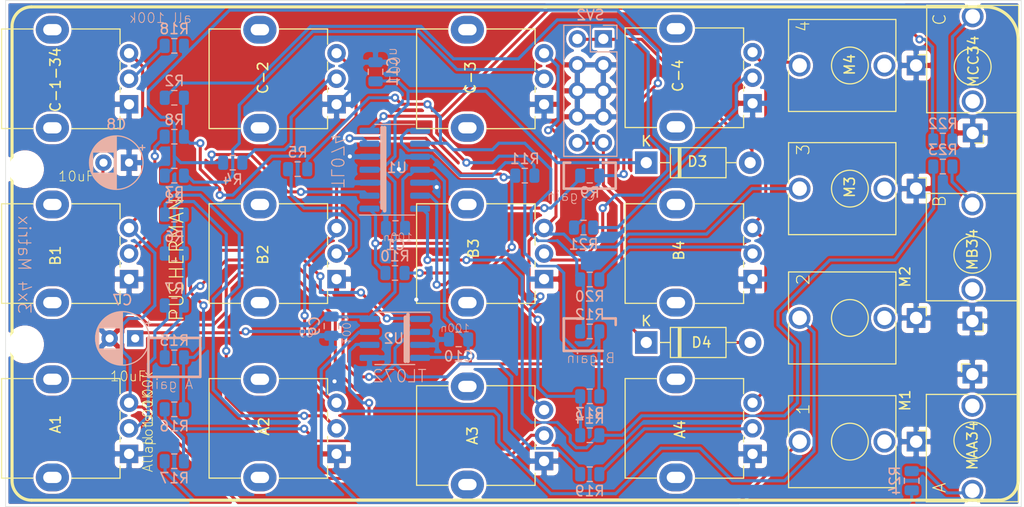
<source format=kicad_pcb>
(kicad_pcb (version 20171130) (host pcbnew 5.1.6)
  (layers (0 Top signal) (31 Bottom signal) (34 B.Paste user hide) (35 F.Paste user hide) (36 B.SilkS user) (37 F.SilkS user) (38 B.Mask user) (39 F.Mask user) (44 Edge.Cuts user))
  (net 0 "")
  (net 1 GND)
  (net 2 /N$23)
  (net 3 /N$9)
  (net 4 /N$6)
  (net 5 /N$22)
  (net 6 /N$21)
  (net 7 /N$1)
  (net 8 /N$13)
  (net 9 /N$10)
  (net 10 /N$7)
  (net 11 /N$5)
  (net 12 /N$2)
  (net 13 /N$14)
  (net 14 /N$12)
  (net 15 /N$35)
  (net 16 /N$4)
  (net 17 /N$3)
  (net 18 /N$15)
  (net 19 /N$8)
  (net 20 /+12UP1)
  (net 21 /-12UP1)
  (net 22 /N$17)
  (net 23 /N$16)
  (net 24 /N$11)
  (net 25 /N$18)
  (net 26 /N$26)
  (net 27 /C-11)
  (net 28 /PIN1)
  (net 29 /N$25)
  (net 30 /N$27)
  (net 31 /N$24)
  (net 32 /N$28)
  (net 33 /N$29)
  (net 34 /PINN1)
  (net 35 /N$32)
  (net 36 /N$33)
  (net 37 "Net-(MCC34-PadTN)")
  (net 38 "Net-(MB34-PadTN)")
  (net 39 "Net-(MAA34-PadTN)")
  (net 40 "Net-(M4-PadTN)")
  (net 41 "Net-(M3-PadTN)")
  (net 42 "Net-(M2-PadTN)")
  (net 43 "Net-(M1-PadTN)")
  (module Capacitor_THT:CP_Radial_D5.0mm_P2.50mm (layer Bottom) (at 111.5 113.3 180)
    (fp_text reference C7 (at 1.25 3.75) (layer B.SilkS) (effects (justify mirror)))
    (fp_text value 10uF)
    (pad 2 thru_hole circle (at 2.5 0 180) (size 1.6 1.6) (drill 0.8) (layers *.Cu *.Mask) (net 1 GND))
    (pad 1 thru_hole rect (at 0 0 180) (size 1.6 1.6) (drill 0.8) (layers *.Cu *.Mask) (net 15 /N$35))
  )
  (module Capacitor_THT:CP_Radial_D5.0mm_P2.50mm (layer Bottom) (at 110.9 96.1086 180)
    (fp_text reference C8 (at 1.25 3.75) (layer B.SilkS) (effects (justify mirror)))
    (fp_text value 10uF)
    (pad 2 thru_hole circle (at 2.5 0 180) (size 1.6 1.6) (drill 0.8) (layers *.Cu *.Mask) (net 14 /N$12))
    (pad 1 thru_hole rect (at 0 0 180) (size 1.6 1.6) (drill 0.8) (layers *.Cu *.Mask) (net 1 GND))
  )
  (module Diode_THT:D_DO-41_SOD81_P10.16mm_Horizontal (layer Top) (at 161.5 113.7)
    (fp_text reference D4 (at 5.4 0) (layer F.SilkS))
    (fp_text value 1N4004)
    (fp_text user K (at 0 -2.1) (layer F.SilkS))
    (pad 2 thru_hole oval (at 10.16 0) (size 2.2 2.2) (drill 1.1) (layers *.Cu *.Mask) (net 14 /N$12))
    (pad 1 thru_hole rect (at 0 0) (size 2.2 2.2) (drill 1.1) (layers *.Cu *.Mask) (net 21 /-12UP1))
  )
  (module Diode_THT:D_DO-41_SOD81_P10.16mm_Horizontal (layer Top) (at 161.5 96.1086)
    (fp_text reference D3 (at 5 -0.1086) (layer F.SilkS))
    (fp_text value 1N4004)
    (fp_text user K (at 0 -2.1) (layer F.SilkS))
    (pad 2 thru_hole oval (at 10.16 0) (size 2.2 2.2) (drill 1.1) (layers *.Cu *.Mask) (net 20 /+12UP1))
    (pad 1 thru_hole rect (at 0 0) (size 2.2 2.2) (drill 1.1) (layers *.Cu *.Mask) (net 15 /N$35))
  )
  (module Resistor_SMD:R_0805_2012Metric (layer Bottom) (at 187.4646 127.2236 270)
    (fp_text reference R24 (at 0 1.65 90) (layer B.SilkS) (effects (justify mirror)))
    (fp_text value 1k)
    (pad 2 smd roundrect (at 0.9375 0 270) (size 0.975 1.4) (layers Bottom B.Paste B.Mask) (net 36 /N$33))
    (pad 1 smd roundrect (at -0.9375 0 270) (size 0.975 1.4) (layers Bottom B.Paste B.Mask) (net 22 /N$17))
  )
  (module Resistor_SMD:R_0805_2012Metric (layer Bottom) (at 115.3286 125.3186)
    (fp_text reference R17 (at 0 1.65) (layer B.SilkS) (effects (justify mirror)))
    (fp_text value 100k)
    (pad 2 smd roundrect (at 0.9375 0) (size 0.975 1.4) (layers Bottom B.Paste B.Mask) (net 35 /N$32))
    (pad 1 smd roundrect (at -0.9375 0) (size 0.975 1.4) (layers Bottom B.Paste B.Mask) (net 36 /N$33))
  )
  (module Resistor_SMD:R_0805_2012Metric (layer Bottom) (at 115.3286 120.2386)
    (fp_text reference R16 (at 0 1.65) (layer B.SilkS) (effects (justify mirror)))
    (fp_text value 100k)
    (pad 2 smd roundrect (at 0.9375 0) (size 0.975 1.4) (layers Bottom B.Paste B.Mask) (net 34 /PINN1))
    (pad 1 smd roundrect (at -0.9375 0) (size 0.975 1.4) (layers Bottom B.Paste B.Mask) (net 35 /N$32))
  )
  (module Resistor_SMD:R_0805_2012Metric (layer Bottom) (at 115.3286 115.1586 180)
    (fp_text reference R15 (at 0 1.65) (layer B.SilkS) (effects (justify mirror)))
    (fp_text value 100k)
    (pad 2 smd roundrect (at 0.9375 0 180) (size 0.975 1.4) (layers Bottom B.Paste B.Mask) (net 25 /N$18))
    (pad 1 smd roundrect (at -0.9375 0 180) (size 0.975 1.4) (layers Bottom B.Paste B.Mask) (net 34 /PINN1))
  )
  (module Resistor_SMD:R_0805_2012Metric (layer Bottom) (at 190.5126 96.4896 180)
    (fp_text reference R23 (at 0 1.65) (layer B.SilkS) (effects (justify mirror)))
    (fp_text value 1k)
    (pad 2 smd roundrect (at 0.9375 0 180) (size 0.975 1.4) (layers Bottom B.Paste B.Mask) (net 33 /N$29))
    (pad 1 smd roundrect (at -0.9375 0 180) (size 0.975 1.4) (layers Bottom B.Paste B.Mask) (net 23 /N$16))
  )
  (module Resistor_SMD:R_0805_2012Metric (layer Bottom) (at 155.9686 122.7786 180)
    (fp_text reference R14 (at 0 1.65) (layer B.SilkS) (effects (justify mirror)))
    (fp_text value 100k)
    (pad 2 smd roundrect (at 0.9375 0 180) (size 0.975 1.4) (layers Bottom B.Paste B.Mask) (net 32 /N$28))
    (pad 1 smd roundrect (at -0.9375 0 180) (size 0.975 1.4) (layers Bottom B.Paste B.Mask) (net 33 /N$29))
  )
  (module Resistor_SMD:R_0805_2012Metric (layer Bottom) (at 155.9686 118.9686)
    (fp_text reference R13 (at 0 1.65) (layer B.SilkS) (effects (justify mirror)))
    (fp_text value 100k)
    (pad 2 smd roundrect (at 0.9375 0) (size 0.975 1.4) (layers Bottom B.Paste B.Mask) (net 31 /N$24))
    (pad 1 smd roundrect (at -0.9375 0) (size 0.975 1.4) (layers Bottom B.Paste B.Mask) (net 32 /N$28))
  )
  (module Resistor_SMD:R_0805_2012Metric (layer Bottom) (at 155.9686 112.6186 180)
    (fp_text reference R12 (at 0 1.65) (layer B.SilkS) (effects (justify mirror)))
    (fp_text value 100k)
    (pad 2 smd roundrect (at 0.9375 0 180) (size 0.975 1.4) (layers Bottom B.Paste B.Mask) (net 26 /N$26))
    (pad 1 smd roundrect (at -0.9375 0 180) (size 0.975 1.4) (layers Bottom B.Paste B.Mask) (net 31 /N$24))
  )
  (module Resistor_SMD:R_0805_2012Metric (layer Bottom) (at 190.5126 93.9496 180)
    (fp_text reference R22 (at 0 1.65) (layer B.SilkS) (effects (justify mirror)))
    (fp_text value 1k)
    (pad 2 smd roundrect (at 0.9375 0 180) (size 0.975 1.4) (layers Bottom B.Paste B.Mask) (net 30 /N$27))
    (pad 1 smd roundrect (at -0.9375 0 180) (size 0.975 1.4) (layers Bottom B.Paste B.Mask) (net 24 /N$11))
  )
  (module Resistor_SMD:R_0805_2012Metric (layer Bottom) (at 149.6186 97.3786 180)
    (fp_text reference R11 (at 0 1.65) (layer B.SilkS) (effects (justify mirror)))
    (fp_text value 100k)
    (pad 2 smd roundrect (at 0.9375 0 180) (size 0.975 1.4) (layers Bottom B.Paste B.Mask) (net 29 /N$25))
    (pad 1 smd roundrect (at -0.9375 0 180) (size 0.975 1.4) (layers Bottom B.Paste B.Mask) (net 30 /N$27))
  )
  (module Resistor_SMD:R_0805_2012Metric (layer Bottom) (at 136.9186 106.9036 180)
    (fp_text reference R10 (at 0 1.65) (layer B.SilkS) (effects (justify mirror)))
    (fp_text value 100k)
    (pad 2 smd roundrect (at 0.9375 0 180) (size 0.975 1.4) (layers Bottom B.Paste B.Mask) (net 28 /PIN1))
    (pad 1 smd roundrect (at -0.9375 0 180) (size 0.975 1.4) (layers Bottom B.Paste B.Mask) (net 29 /N$25))
  )
  (module Resistor_SMD:R_0805_2012Metric (layer Bottom) (at 115.3286 93.5686 180)
    (fp_text reference R8 (at 0 1.65) (layer B.SilkS) (effects (justify mirror)))
    (fp_text value 100k)
    (pad 2 smd roundrect (at 0.9375 0 180) (size 0.975 1.4) (layers Bottom B.Paste B.Mask) (net 10 /N$7))
    (pad 1 smd roundrect (at -0.9375 0 180) (size 0.975 1.4) (layers Bottom B.Paste B.Mask) (net 26 /N$26))
  )
  (module Resistor_SMD:R_0805_2012Metric (layer Bottom) (at 115.3286 110.0786 180)
    (fp_text reference R7 (at 0 1.65) (layer B.SilkS) (effects (justify mirror)))
    (fp_text value 100k)
    (pad 2 smd roundrect (at 0.9375 0 180) (size 0.975 1.4) (layers Bottom B.Paste B.Mask) (net 3 /N$9))
    (pad 1 smd roundrect (at -0.9375 0 180) (size 0.975 1.4) (layers Bottom B.Paste B.Mask) (net 25 /N$18))
  )
  (module Resistor_SMD:R_0805_2012Metric (layer Bottom) (at 115.3286 104.9986 180)
    (fp_text reference R6 (at 0 1.65) (layer B.SilkS) (effects (justify mirror)))
    (fp_text value 100k)
    (pad 2 smd roundrect (at 0.9375 0 180) (size 0.975 1.4) (layers Bottom B.Paste B.Mask) (net 4 /N$6))
    (pad 1 smd roundrect (at -0.9375 0 180) (size 0.975 1.4) (layers Bottom B.Paste B.Mask) (net 25 /N$18))
  )
  (module Resistor_SMD:R_0805_2012Metric (layer Bottom) (at 127.3936 96.7436 180)
    (fp_text reference R5 (at 0 1.65) (layer B.SilkS) (effects (justify mirror)))
    (fp_text value 100k)
    (pad 2 smd roundrect (at 0.9375 0 180) (size 0.975 1.4) (layers Bottom B.Paste B.Mask) (net 11 /N$5))
    (pad 1 smd roundrect (at -0.9375 0 180) (size 0.975 1.4) (layers Bottom B.Paste B.Mask) (net 26 /N$26))
  )
  (module Resistor_SMD:R_0805_2012Metric (layer Bottom) (at 121.0436 96.1086)
    (fp_text reference R4 (at 0 1.65) (layer B.SilkS) (effects (justify mirror)))
    (fp_text value 100k)
    (pad 2 smd roundrect (at 0.9375 0) (size 0.975 1.4) (layers Bottom B.Paste B.Mask) (net 16 /N$4))
    (pad 1 smd roundrect (at -0.9375 0) (size 0.975 1.4) (layers Bottom B.Paste B.Mask) (net 27 /C-11))
  )
  (module Resistor_SMD:R_0805_2012Metric (layer Bottom) (at 155.9686 107.5386)
    (fp_text reference R20 (at 0 1.65) (layer B.SilkS) (effects (justify mirror)))
    (fp_text value 100k)
    (pad 2 smd roundrect (at 0.9375 0) (size 0.975 1.4) (layers Bottom B.Paste B.Mask) (net 13 /N$14))
    (pad 1 smd roundrect (at -0.9375 0) (size 0.975 1.4) (layers Bottom B.Paste B.Mask) (net 26 /N$26))
  )
  (module Resistor_SMD:R_0805_2012Metric (layer Bottom) (at 155.9686 126.5886)
    (fp_text reference R19 (at 0 1.65) (layer B.SilkS) (effects (justify mirror)))
    (fp_text value 100k)
    (pad 2 smd roundrect (at 0.9375 0) (size 0.975 1.4) (layers Bottom B.Paste B.Mask) (net 8 /N$13))
    (pad 1 smd roundrect (at -0.9375 0) (size 0.975 1.4) (layers Bottom B.Paste B.Mask) (net 25 /N$18))
  )
  (module Resistor_SMD:R_0805_2012Metric (layer Bottom) (at 115.3286 101.1886 180)
    (fp_text reference R1 (at 0 1.65) (layer B.SilkS) (effects (justify mirror)))
    (fp_text value 100k)
    (pad 2 smd roundrect (at 0.9375 0 180) (size 0.975 1.4) (layers Bottom B.Paste B.Mask) (net 7 /N$1))
    (pad 1 smd roundrect (at -0.9375 0 180) (size 0.975 1.4) (layers Bottom B.Paste B.Mask) (net 25 /N$18))
  )
  (module "" (layer Top) (at 100.7236 113.8886)
    (fp_text reference @HOLE0 hide)
    (fp_text value "" (at 0 0) (layer F.SilkS) (effects (font (size 1.27 1.27))))
    (pad "" np_thru_hole circle (at 0 0) (size 3.2 3.2) (drill 3.2) (layers *.Cu *.Mask))
  )
  (module "" (layer Top) (at 100.7236 96.7436)
    (fp_text reference @HOLE1 hide)
    (fp_text value "" (at 0 0) (layer F.SilkS) (effects (font (size 1.27 1.27))))
    (pad "" np_thru_hole circle (at 0 0) (size 3.2 3.2) (drill 3.2) (layers *.Cu *.Mask))
  )
  (module Connector_Audio:Jack_3.5mm_QingPu_WQP-PJ398SM_Vertical_CircularHoles (layer Top) (at 193.4336 93.2 180)
    (fp_text reference MCC34 (at -0.0664 7 270) (layer F.SilkS))
    (fp_text value AudioJack)
    (pad TN thru_hole circle (at 0 3.1) (size 2.13 2.13) (drill 1.42) (layers *.Cu *.Mask) (net 37 "Net-(MCC34-PadTN)"))
    (pad S thru_hole rect (at 0 0) (size 1.93 1.83) (drill 1.22) (layers *.Cu *.Mask) (net 1 GND))
    (pad T thru_hole circle (at 0 11.4) (size 2.13 2.13) (drill 1.43) (layers *.Cu *.Mask) (net 24 /N$11))
  )
  (module Connector_Audio:Jack_3.5mm_QingPu_WQP-PJ398SM_Vertical_CircularHoles (layer Top) (at 193.4 111.6 180)
    (fp_text reference MB34 (at 0 7 270) (layer F.SilkS))
    (fp_text value AudioJack)
    (pad TN thru_hole circle (at 0 3.1) (size 2.13 2.13) (drill 1.42) (layers *.Cu *.Mask) (net 38 "Net-(MB34-PadTN)"))
    (pad S thru_hole rect (at 0 0) (size 1.93 1.83) (drill 1.22) (layers *.Cu *.Mask) (net 1 GND))
    (pad T thru_hole circle (at 0 11.4) (size 2.13 2.13) (drill 1.43) (layers *.Cu *.Mask) (net 23 /N$16))
  )
  (module Connector_Audio:Jack_3.5mm_QingPu_WQP-PJ398SM_Vertical_CircularHoles (layer Top) (at 193.4 116.8)
    (fp_text reference MAA34 (at 0 7 270) (layer F.SilkS))
    (fp_text value AudioJack)
    (pad TN thru_hole circle (at 0 3.1 180) (size 2.13 2.13) (drill 1.42) (layers *.Cu *.Mask) (net 39 "Net-(MAA34-PadTN)"))
    (pad S thru_hole rect (at 0 0 180) (size 1.93 1.83) (drill 1.22) (layers *.Cu *.Mask) (net 1 GND))
    (pad T thru_hole circle (at 0 11.4 180) (size 2.13 2.13) (drill 1.43) (layers *.Cu *.Mask) (net 22 /N$17))
  )
  (module Connector_Audio:Jack_3.5mm_QingPu_WQP-PJ398SM_Vertical_CircularHoles (layer Top) (at 187.9 86.6 270)
    (fp_text reference M4 (at -0.0836 6.5 270) (layer F.SilkS))
    (fp_text value AudioJack)
    (pad TN thru_hole circle (at 0 3.1 90) (size 2.13 2.13) (drill 1.42) (layers *.Cu *.Mask) (net 40 "Net-(M4-PadTN)"))
    (pad S thru_hole rect (at 0 0 90) (size 1.93 1.83) (drill 1.22) (layers *.Cu *.Mask) (net 1 GND))
    (pad T thru_hole circle (at 0 11.4 90) (size 2.13 2.13) (drill 1.43) (layers *.Cu *.Mask) (net 9 /N$10))
  )
  (module Connector_Audio:Jack_3.5mm_QingPu_WQP-PJ398SM_Vertical_CircularHoles (layer Top) (at 187.9 98.6486 270)
    (fp_text reference M3 (at -0.1486 6.5 270) (layer F.SilkS))
    (fp_text value AudioJack)
    (pad TN thru_hole circle (at 0 3.1 90) (size 2.13 2.13) (drill 1.42) (layers *.Cu *.Mask) (net 41 "Net-(M3-PadTN)"))
    (pad S thru_hole rect (at 0 0 90) (size 1.93 1.83) (drill 1.22) (layers *.Cu *.Mask) (net 1 GND))
    (pad T thru_hole circle (at 0 11.4 90) (size 2.13 2.13) (drill 1.43) (layers *.Cu *.Mask) (net 6 /N$21))
  )
  (module Connector_Audio:Jack_3.5mm_QingPu_WQP-PJ398SM_Vertical_CircularHoles (layer Top) (at 187.9 111.3 270)
    (fp_text reference M2 (at -4.03 1.08 270) (layer F.SilkS))
    (fp_text value AudioJack)
    (pad TN thru_hole circle (at 0 3.1 90) (size 2.13 2.13) (drill 1.42) (layers *.Cu *.Mask) (net 42 "Net-(M2-PadTN)"))
    (pad S thru_hole rect (at 0 0 90) (size 1.93 1.83) (drill 1.22) (layers *.Cu *.Mask) (net 1 GND))
    (pad T thru_hole circle (at 0 11.4 90) (size 2.13 2.13) (drill 1.43) (layers *.Cu *.Mask) (net 5 /N$22))
  )
  (module Connector_Audio:Jack_3.5mm_QingPu_WQP-PJ398SM_Vertical_CircularHoles (layer Top) (at 187.9 123.4 270)
    (fp_text reference M1 (at -4.03 1.08 270) (layer F.SilkS))
    (fp_text value AudioJack)
    (pad TN thru_hole circle (at 0 3.1 90) (size 2.13 2.13) (drill 1.42) (layers *.Cu *.Mask) (net 43 "Net-(M1-PadTN)"))
    (pad S thru_hole rect (at 0 0 90) (size 1.93 1.83) (drill 1.22) (layers *.Cu *.Mask) (net 1 GND))
    (pad T thru_hole circle (at 0 11.4 90) (size 2.13 2.13) (drill 1.43) (layers *.Cu *.Mask) (net 2 /N$23))
  )
  (module Potentiometer_THT:Potentiometer_Alpha_RD901F-40-00D_Single_Vertical (layer Top) (at 171.9 90.3 180)
    (fp_text reference C-4 (at 7.3 2.7 270) (layer F.SilkS))
    (fp_text value A100K)
    (pad 1 thru_hole rect (at 0 0 270) (size 1.8 1.8) (drill 1) (layers *.Cu *.Mask) (net 1 GND))
    (pad 2 thru_hole circle (at 0 2.5 270) (size 1.8 1.8) (drill 1) (layers *.Cu *.Mask) (net 18 /N$15))
    (pad 3 thru_hole circle (at 0 5 270) (size 1.8 1.8) (drill 1) (layers *.Cu *.Mask) (net 9 /N$10))
    (pad "" thru_hole oval (at 7.5 7.3 270) (size 2.72 3.24) (drill oval 1.1 1.8) (layers *.Cu *.Mask))
    (pad "" thru_hole oval (at 7.5 -2.3 270) (size 2.72 3.24) (drill oval 1.1 1.8) (layers *.Cu *.Mask))
  )
  (module Potentiometer_THT:Potentiometer_Alpha_RD901F-40-00D_Single_Vertical (layer Top) (at 171.9 107.5 180)
    (fp_text reference B4 (at 7.2 2.8 270) (layer F.SilkS))
    (fp_text value A100K)
    (pad 1 thru_hole rect (at 0 0 270) (size 1.8 1.8) (drill 1) (layers *.Cu *.Mask) (net 1 GND))
    (pad 2 thru_hole circle (at 0 2.5 270) (size 1.8 1.8) (drill 1) (layers *.Cu *.Mask) (net 13 /N$14))
    (pad 3 thru_hole circle (at 0 5 270) (size 1.8 1.8) (drill 1) (layers *.Cu *.Mask) (net 9 /N$10))
    (pad "" thru_hole oval (at 7.5 7.3 270) (size 2.72 3.24) (drill oval 1.1 1.8) (layers *.Cu *.Mask))
    (pad "" thru_hole oval (at 7.5 -2.3 270) (size 2.72 3.24) (drill oval 1.1 1.8) (layers *.Cu *.Mask))
  )
  (module Potentiometer_THT:Potentiometer_Alpha_RD901F-40-00D_Single_Vertical (layer Top) (at 171.9 124.6 180)
    (fp_text reference A4 (at 7.1 2.4 270) (layer F.SilkS))
    (fp_text value A100K)
    (pad 1 thru_hole rect (at 0 0 270) (size 1.8 1.8) (drill 1) (layers *.Cu *.Mask) (net 1 GND))
    (pad 2 thru_hole circle (at 0 2.5 270) (size 1.8 1.8) (drill 1) (layers *.Cu *.Mask) (net 8 /N$13))
    (pad 3 thru_hole circle (at 0 5 270) (size 1.8 1.8) (drill 1) (layers *.Cu *.Mask) (net 9 /N$10))
    (pad "" thru_hole oval (at 7.5 7.3 270) (size 2.72 3.24) (drill oval 1.1 1.8) (layers *.Cu *.Mask))
    (pad "" thru_hole oval (at 7.5 -2.3 270) (size 2.72 3.24) (drill oval 1.1 1.8) (layers *.Cu *.Mask))
  )
  (module Package_SO:SOIC-8_3.9x4.9mm_P1.27mm (layer Bottom) (at 136.9 113.3 180)
    (fp_text reference U2 (at 0.1 0) (layer B.SilkS) (effects (justify mirror)))
    (fp_text value TL072_SMD)
    (pad 1 smd roundrect (at -2.475 1.905 180) (size 1.95 0.6) (layers Bottom B.Paste B.Mask) (net 34 /PINN1))
    (pad 2 smd roundrect (at -2.475 0.635 180) (size 1.95 0.6) (layers Bottom B.Paste B.Mask) (net 25 /N$18))
    (pad 3 smd roundrect (at -2.475 -0.635 180) (size 1.95 0.6) (layers Bottom B.Paste B.Mask) (net 1 GND))
    (pad 4 smd roundrect (at -2.475 -1.905 180) (size 1.95 0.6) (layers Bottom B.Paste B.Mask) (net 14 /N$12))
    (pad 5 smd roundrect (at 2.475 -1.905 180) (size 1.95 0.6) (layers Bottom B.Paste B.Mask) (net 1 GND))
    (pad 6 smd roundrect (at 2.475 -0.635 180) (size 1.95 0.6) (layers Bottom B.Paste B.Mask) (net 35 /N$32))
    (pad 7 smd roundrect (at 2.475 0.635 180) (size 1.95 0.6) (layers Bottom B.Paste B.Mask) (net 36 /N$33))
    (pad 8 smd roundrect (at 2.475 1.905 180) (size 1.95 0.6) (layers Bottom B.Paste B.Mask) (net 15 /N$35))
  )
  (module Package_SO:SOIC-14_3.9x8.7mm_P1.27mm (layer Bottom) (at 136.9 96.8)
    (fp_text reference U1 (at 0.2 -0.2) (layer B.SilkS) (effects (justify mirror)))
    (fp_text value TL074_SMD)
    (pad 1 smd roundrect (at -2.475 3.81) (size 1.95 0.6) (layers Bottom B.Paste B.Mask) (net 28 /PIN1))
    (pad 2 smd roundrect (at -2.475 2.54) (size 1.95 0.6) (layers Bottom B.Paste B.Mask) (net 27 /C-11))
    (pad 3 smd roundrect (at -2.475 1.27) (size 1.95 0.6) (layers Bottom B.Paste B.Mask) (net 1 GND))
    (pad 4 smd roundrect (at -2.475 0) (size 1.95 0.6) (layers Bottom B.Paste B.Mask) (net 15 /N$35))
    (pad 5 smd roundrect (at -2.475 -1.27) (size 1.95 0.6) (layers Bottom B.Paste B.Mask) (net 1 GND))
    (pad 6 smd roundrect (at -2.475 -2.54) (size 1.95 0.6) (layers Bottom B.Paste B.Mask) (net 29 /N$25))
    (pad 7 smd roundrect (at -2.475 -3.81) (size 1.95 0.6) (layers Bottom B.Paste B.Mask) (net 30 /N$27))
    (pad 8 smd roundrect (at 2.475 -3.81) (size 1.95 0.6) (layers Bottom B.Paste B.Mask) (net 31 /N$24))
    (pad 9 smd roundrect (at 2.475 -2.54) (size 1.95 0.6) (layers Bottom B.Paste B.Mask) (net 26 /N$26))
    (pad 10 smd roundrect (at 2.475 -1.27) (size 1.95 0.6) (layers Bottom B.Paste B.Mask) (net 1 GND))
    (pad 11 smd roundrect (at 2.475 0) (size 1.95 0.6) (layers Bottom B.Paste B.Mask) (net 14 /N$12))
    (pad 12 smd roundrect (at 2.475 1.27) (size 1.95 0.6) (layers Bottom B.Paste B.Mask) (net 1 GND))
    (pad 13 smd roundrect (at 2.475 2.54) (size 1.95 0.6) (layers Bottom B.Paste B.Mask) (net 32 /N$28))
    (pad 14 smd roundrect (at 2.475 3.81) (size 1.95 0.6) (layers Bottom B.Paste B.Mask) (net 33 /N$29))
  )
  (module Potentiometer_THT:Potentiometer_Alpha_RD901F-40-00D_Single_Vertical (layer Top) (at 151.5 90.4 180)
    (fp_text reference C-3 (at 7.2 2.6 270) (layer F.SilkS))
    (fp_text value A100K)
    (pad 1 thru_hole rect (at 0 0 270) (size 1.8 1.8) (drill 1) (layers *.Cu *.Mask) (net 1 GND))
    (pad 2 thru_hole circle (at 0 2.5 270) (size 1.8 1.8) (drill 1) (layers *.Cu *.Mask) (net 17 /N$3))
    (pad 3 thru_hole circle (at 0 5 270) (size 1.8 1.8) (drill 1) (layers *.Cu *.Mask) (net 6 /N$21))
    (pad "" thru_hole oval (at 7.5 7.3 270) (size 2.72 3.24) (drill oval 1.1 1.8) (layers *.Cu *.Mask))
    (pad "" thru_hole oval (at 7.5 -2.3 270) (size 2.72 3.24) (drill oval 1.1 1.8) (layers *.Cu *.Mask))
  )
  (module Potentiometer_THT:Potentiometer_Alpha_RD901F-40-00D_Single_Vertical (layer Top) (at 151.5 107.5 180)
    (fp_text reference B3 (at 6.9 3 270) (layer F.SilkS))
    (fp_text value A100K)
    (pad 1 thru_hole rect (at 0 0 270) (size 1.8 1.8) (drill 1) (layers *.Cu *.Mask) (net 1 GND))
    (pad 2 thru_hole circle (at 0 2.5 270) (size 1.8 1.8) (drill 1) (layers *.Cu *.Mask) (net 12 /N$2))
    (pad 3 thru_hole circle (at 0 5 270) (size 1.8 1.8) (drill 1) (layers *.Cu *.Mask) (net 6 /N$21))
    (pad "" thru_hole oval (at 7.5 7.3 270) (size 2.72 3.24) (drill oval 1.1 1.8) (layers *.Cu *.Mask))
    (pad "" thru_hole oval (at 7.5 -2.3 270) (size 2.72 3.24) (drill oval 1.1 1.8) (layers *.Cu *.Mask))
  )
  (module Potentiometer_THT:Potentiometer_Alpha_RD901F-40-00D_Single_Vertical (layer Top) (at 151.5 125.3 180)
    (fp_text reference A3 (at 7 2.5 270) (layer F.SilkS))
    (fp_text value A100K)
    (pad 1 thru_hole rect (at 0 0 270) (size 1.8 1.8) (drill 1) (layers *.Cu *.Mask) (net 1 GND))
    (pad 2 thru_hole circle (at 0 2.5 270) (size 1.8 1.8) (drill 1) (layers *.Cu *.Mask) (net 7 /N$1))
    (pad 3 thru_hole circle (at 0 5 270) (size 1.8 1.8) (drill 1) (layers *.Cu *.Mask) (net 6 /N$21))
    (pad "" thru_hole oval (at 7.5 7.3 270) (size 2.72 3.24) (drill oval 1.1 1.8) (layers *.Cu *.Mask))
    (pad "" thru_hole oval (at 7.5 -2.3 270) (size 2.72 3.24) (drill oval 1.1 1.8) (layers *.Cu *.Mask))
  )
  (module Potentiometer_THT:Potentiometer_Alpha_RD901F-40-00D_Single_Vertical (layer Top) (at 131.2 90.4 180)
    (fp_text reference C-2 (at 7.2 2.6 270) (layer F.SilkS))
    (fp_text value A100K)
    (pad 1 thru_hole rect (at 0 0 270) (size 1.8 1.8) (drill 1) (layers *.Cu *.Mask) (net 1 GND))
    (pad 2 thru_hole circle (at 0 2.5 270) (size 1.8 1.8) (drill 1) (layers *.Cu *.Mask) (net 16 /N$4))
    (pad 3 thru_hole circle (at 0 5 270) (size 1.8 1.8) (drill 1) (layers *.Cu *.Mask) (net 5 /N$22))
    (pad "" thru_hole oval (at 7.5 7.3 270) (size 2.72 3.24) (drill oval 1.1 1.8) (layers *.Cu *.Mask))
    (pad "" thru_hole oval (at 7.5 -2.3 270) (size 2.72 3.24) (drill oval 1.1 1.8) (layers *.Cu *.Mask))
  )
  (module Potentiometer_THT:Potentiometer_Alpha_RD901F-40-00D_Single_Vertical (layer Top) (at 131.2 107.5 180)
    (fp_text reference B2 (at 7.2 2.4 270) (layer F.SilkS))
    (fp_text value A100K)
    (pad 1 thru_hole rect (at 0 0 270) (size 1.8 1.8) (drill 1) (layers *.Cu *.Mask) (net 1 GND))
    (pad 2 thru_hole circle (at 0 2.5 270) (size 1.8 1.8) (drill 1) (layers *.Cu *.Mask) (net 11 /N$5))
    (pad 3 thru_hole circle (at 0 5 270) (size 1.8 1.8) (drill 1) (layers *.Cu *.Mask) (net 5 /N$22))
    (pad "" thru_hole oval (at 7.5 7.3 270) (size 2.72 3.24) (drill oval 1.1 1.8) (layers *.Cu *.Mask))
    (pad "" thru_hole oval (at 7.5 -2.3 270) (size 2.72 3.24) (drill oval 1.1 1.8) (layers *.Cu *.Mask))
  )
  (module Potentiometer_THT:Potentiometer_Alpha_RD901F-40-00D_Single_Vertical (layer Top) (at 131.2 124.6 180)
    (fp_text reference A2 (at 7.1 2.7 270) (layer F.SilkS))
    (fp_text value A100K)
    (pad 1 thru_hole rect (at 0 0 270) (size 1.8 1.8) (drill 1) (layers *.Cu *.Mask) (net 1 GND))
    (pad 2 thru_hole circle (at 0 2.5 270) (size 1.8 1.8) (drill 1) (layers *.Cu *.Mask) (net 4 /N$6))
    (pad 3 thru_hole circle (at 0 5 270) (size 1.8 1.8) (drill 1) (layers *.Cu *.Mask) (net 5 /N$22))
    (pad "" thru_hole oval (at 7.5 7.3 270) (size 2.72 3.24) (drill oval 1.1 1.8) (layers *.Cu *.Mask))
    (pad "" thru_hole oval (at 7.5 -2.3 270) (size 2.72 3.24) (drill oval 1.1 1.8) (layers *.Cu *.Mask))
  )
  (module Potentiometer_THT:Potentiometer_Alpha_RD901F-40-00D_Single_Vertical (layer Top) (at 110.9 90.4 180)
    (fp_text reference C-1-34 (at 7.2 2.4 270) (layer F.SilkS))
    (fp_text value A100K)
    (pad 1 thru_hole rect (at 0 0 270) (size 1.8 1.8) (drill 1) (layers *.Cu *.Mask) (net 1 GND))
    (pad 2 thru_hole circle (at 0 2.5 270) (size 1.8 1.8) (drill 1) (layers *.Cu *.Mask) (net 19 /N$8))
    (pad 3 thru_hole circle (at 0 5 270) (size 1.8 1.8) (drill 1) (layers *.Cu *.Mask) (net 2 /N$23))
    (pad "" thru_hole oval (at 7.5 7.3 270) (size 2.72 3.24) (drill oval 1.1 1.8) (layers *.Cu *.Mask))
    (pad "" thru_hole oval (at 7.5 -2.3 270) (size 2.72 3.24) (drill oval 1.1 1.8) (layers *.Cu *.Mask))
  )
  (module Potentiometer_THT:Potentiometer_Alpha_RD901F-40-00D_Single_Vertical (layer Top) (at 110.9 107.5 180)
    (fp_text reference B1 (at 7.2 2.3 270) (layer F.SilkS))
    (fp_text value A100K)
    (pad 1 thru_hole rect (at 0 0 270) (size 1.8 1.8) (drill 1) (layers *.Cu *.Mask) (net 1 GND))
    (pad 2 thru_hole circle (at 0 2.5 270) (size 1.8 1.8) (drill 1) (layers *.Cu *.Mask) (net 10 /N$7))
    (pad 3 thru_hole circle (at 0 5 270) (size 1.8 1.8) (drill 1) (layers *.Cu *.Mask) (net 2 /N$23))
    (pad "" thru_hole oval (at 7.5 7.3 270) (size 2.72 3.24) (drill oval 1.1 1.8) (layers *.Cu *.Mask))
    (pad "" thru_hole oval (at 7.5 -2.3 270) (size 2.72 3.24) (drill oval 1.1 1.8) (layers *.Cu *.Mask))
  )
  (module Potentiometer_THT:Potentiometer_Alpha_RD901F-40-00D_Single_Vertical (layer Top) (at 110.9 124.6 180)
    (fp_text reference A1 (at 7.2 2.9 270) (layer F.SilkS))
    (fp_text value A100K)
    (pad 1 thru_hole rect (at 0 0 270) (size 1.8 1.8) (drill 1) (layers *.Cu *.Mask) (net 1 GND))
    (pad 2 thru_hole circle (at 0 2.5 270) (size 1.8 1.8) (drill 1) (layers *.Cu *.Mask) (net 3 /N$9))
    (pad 3 thru_hole circle (at 0 5 270) (size 1.8 1.8) (drill 1) (layers *.Cu *.Mask) (net 2 /N$23))
    (pad "" thru_hole oval (at 7.5 7.3 270) (size 2.72 3.24) (drill oval 1.1 1.8) (layers *.Cu *.Mask))
    (pad "" thru_hole oval (at 7.5 -2.3 270) (size 2.72 3.24) (drill oval 1.1 1.8) (layers *.Cu *.Mask))
  )
  (module Connector_PinHeader_2.54mm:PinHeader_2x05_P2.54mm_Vertical (layer Bottom) (at 157.3 84 180)
    (fp_text reference SV2 (at 1.27 2.33) (layer B.SilkS) (effects (justify mirror)))
    (fp_text value EURO_POWER_HEADERREGULAR)
    (pad 1 thru_hole rect (at 0 0 180) (size 1.7 1.7) (drill 1) (layers *.Cu *.Mask) (net 20 /+12UP1))
    (pad 2 thru_hole oval (at 2.54 0 180) (size 1.7 1.7) (drill 1) (layers *.Cu *.Mask) (net 20 /+12UP1))
    (pad 3 thru_hole oval (at 0 -2.54 180) (size 1.7 1.7) (drill 1) (layers *.Cu *.Mask) (net 1 GND))
    (pad 4 thru_hole oval (at 2.54 -2.54 180) (size 1.7 1.7) (drill 1) (layers *.Cu *.Mask) (net 1 GND))
    (pad 5 thru_hole oval (at 0 -5.08 180) (size 1.7 1.7) (drill 1) (layers *.Cu *.Mask) (net 1 GND))
    (pad 6 thru_hole oval (at 2.54 -5.08 180) (size 1.7 1.7) (drill 1) (layers *.Cu *.Mask) (net 1 GND))
    (pad 7 thru_hole oval (at 0 -7.62 180) (size 1.7 1.7) (drill 1) (layers *.Cu *.Mask) (net 1 GND))
    (pad 8 thru_hole oval (at 2.54 -7.62 180) (size 1.7 1.7) (drill 1) (layers *.Cu *.Mask) (net 1 GND))
    (pad 9 thru_hole oval (at 0 -10.16 180) (size 1.7 1.7) (drill 1) (layers *.Cu *.Mask) (net 21 /-12UP1))
    (pad 10 thru_hole oval (at 2.54 -10.16 180) (size 1.7 1.7) (drill 1) (layers *.Cu *.Mask) (net 21 /-12UP1))
  )
  (module Resistor_SMD:R_0805_2012Metric (layer Bottom) (at 155.3625 102.4586)
    (fp_text reference R21 (at 0 1.65) (layer B.SilkS) (effects (justify mirror)))
    (fp_text value 100k)
    (pad 1 smd roundrect (at -0.9375 0) (size 0.975 1.4) (layers Bottom B.Paste B.Mask) (net 27 /C-11))
    (pad 2 smd roundrect (at 0.9375 0) (size 0.975 1.4) (layers Bottom B.Paste B.Mask) (net 18 /N$15))
  )
  (module Resistor_SMD:R_0805_2012Metric (layer Bottom) (at 155.9686 97.3786)
    (fp_text reference R9 (at 0 1.65) (layer B.SilkS) (effects (justify mirror)))
    (fp_text value 100k)
    (pad 1 smd roundrect (at -0.9375 0) (size 0.975 1.4) (layers Bottom B.Paste B.Mask) (net 28 /PIN1))
    (pad 2 smd roundrect (at 0.9375 0) (size 0.975 1.4) (layers Bottom B.Paste B.Mask) (net 27 /C-11))
  )
  (module Resistor_SMD:R_0805_2012Metric (layer Bottom) (at 115.3286 84.6786 180)
    (fp_text reference R18 (at 0 1.65) (layer B.SilkS) (effects (justify mirror)))
    (fp_text value 100k)
    (pad 1 smd roundrect (at -0.9375 0 180) (size 0.975 1.4) (layers Bottom B.Paste B.Mask) (net 27 /C-11))
    (pad 2 smd roundrect (at 0.9375 0 180) (size 0.975 1.4) (layers Bottom B.Paste B.Mask) (net 19 /N$8))
  )
  (module Resistor_SMD:R_0805_2012Metric (layer Bottom) (at 115.3286 89.7586 180)
    (fp_text reference R2 (at 0 1.65) (layer B.SilkS) (effects (justify mirror)))
    (fp_text value 100k)
    (pad 1 smd roundrect (at -0.9375 0 180) (size 0.975 1.4) (layers Bottom B.Paste B.Mask) (net 26 /N$26))
    (pad 2 smd roundrect (at 0.9375 0 180) (size 0.975 1.4) (layers Bottom B.Paste B.Mask) (net 12 /N$2))
  )
  (module Resistor_SMD:R_0805_2012Metric (layer Bottom) (at 115.3286 97.3786)
    (fp_text reference R3 (at 0 1.65) (layer B.SilkS) (effects (justify mirror)))
    (fp_text value 100k)
    (pad 1 smd roundrect (at -0.9375 0) (size 0.975 1.4) (layers Bottom B.Paste B.Mask) (net 27 /C-11))
    (pad 2 smd roundrect (at 0.9375 0) (size 0.975 1.4) (layers Bottom B.Paste B.Mask) (net 17 /N$3))
  )
  (module Capacitor_SMD:C_0805_2012Metric (layer Bottom) (at 136.9625 102.5)
    (fp_text reference C1 (at 0 1.65) (layer B.SilkS) (effects (justify mirror)))
    (fp_text value 100nF)
    (pad 1 smd roundrect (at -0.9375 0) (size 0.975 1.4) (layers Bottom B.Paste B.Mask) (net 1 GND))
    (pad 2 smd roundrect (at 0.9375 0) (size 0.975 1.4) (layers Bottom B.Paste B.Mask) (net 14 /N$12))
  )
  (module Capacitor_SMD:C_0805_2012Metric (layer Bottom) (at 130.7 112.1 270)
    (fp_text reference C9 (at 0 1.65 90) (layer B.SilkS) (effects (justify mirror)))
    (fp_text value 100nF)
    (pad 2 smd roundrect (at 0.9375 0 270) (size 0.975 1.4) (layers Bottom B.Paste B.Mask) (net 1 GND))
    (pad 1 smd roundrect (at -0.9375 0 270) (size 0.975 1.4) (layers Bottom B.Paste B.Mask) (net 15 /N$35))
  )
  (module Capacitor_SMD:C_0805_2012Metric (layer Bottom) (at 143.1416 113.4)
    (fp_text reference C10 (at 0 1.65) (layer B.SilkS) (effects (justify mirror)))
    (fp_text value 100nF)
    (pad 1 smd roundrect (at -0.9375 0) (size 0.975 1.4) (layers Bottom B.Paste B.Mask) (net 1 GND))
    (pad 2 smd roundrect (at 0.9375 0) (size 0.975 1.4) (layers Bottom B.Paste B.Mask) (net 14 /N$12))
  )
  (module Capacitor_SMD:C_0805_2012Metric (layer Bottom) (at 135.0136 87.2186 90)
    (fp_text reference C11 (at 0 1.65 90) (layer B.SilkS) (effects (justify mirror)))
    (fp_text value 100nF)
    (pad 2 smd roundrect (at 0.9375 0 90) (size 0.975 1.4) (layers Bottom B.Paste B.Mask) (net 1 GND))
    (pad 1 smd roundrect (at -0.9375 0 90) (size 0.975 1.4) (layers Bottom B.Paste B.Mask) (net 15 /N$35))
  )
  (gr_line (start 98.8186 129.7636) (end 198.1836 129.7636) (layer Edge.Cuts) (width 0.05))
  (gr_line (start 198.1836 129.7636) (end 198.1836 80.2436) (layer Edge.Cuts) (width 0.05))
  (gr_line (start 198.1836 80.2436) (end 98.8186 80.2436) (layer Edge.Cuts) (width 0.05))
  (gr_line (start 98.8186 80.2436) (end 98.8186 129.7636) (layer Edge.Cuts) (width 0.05))
  (gr_text TL072 (at 140.0936 117.6986) (layer B.SilkS) (effects (font (size 1.2065 1.2065) (thickness 0.1016)) (justify left bottom mirror)))
  (gr_text TL074 (at 130.5686 98.6486 -90) (layer B.SilkS) (effects (font (size 1.2065 1.2065) (thickness 0.1016)) (justify left bottom mirror)))
  (gr_text 100n (at 136.2836 88.4886 -90) (layer B.SilkS) (effects (font (size 0.9652 0.9652) (thickness 0.08128)) (justify left bottom mirror)))
  (gr_text 10uF (at 108.9786 117.5716) (layer F.SilkS) (effects (font (size 0.9652 0.9652) (thickness 0.08128)) (justify left bottom)))
  (gr_text 10uF (at 103.8986 98.0136) (layer F.SilkS) (effects (font (size 0.9652 0.9652) (thickness 0.08128)) (justify left bottom)))
  (gr_text "3x4 Matrix" (at 101.3586 101.1886 -90) (layer B.SilkS) (effects (font (size 1.2065 1.2065) (thickness 0.1016)) (justify right top mirror)))
  (gr_line (start 101.3586 80.8686) (end 194.7036 80.8686) (layer F.SilkS) (width 0.3048))
  (gr_arc (start 194.7036 84.0436) (end 194.7036 80.8686) (angle 90) (layer F.SilkS) (width 0.3048))
  (gr_line (start 197.8786 84.0436) (end 197.8786 127.2236) (layer F.SilkS) (width 0.3048))
  (gr_arc (start 195.9736 127.2236) (end 197.8786 127.2236) (angle 90) (layer F.SilkS) (width 0.3048))
  (gr_line (start 195.9736 129.1286) (end 101.3586 129.1286) (layer F.SilkS) (width 0.3048))
  (gr_arc (start 101.3586 127.2236) (end 101.3586 129.1286) (angle 90) (layer F.SilkS) (width 0.3048))
  (gr_line (start 99.4536 127.2236) (end 99.4536 82.7736) (layer F.SilkS) (width 0.3048))
  (gr_arc (start 101.3586 82.7736) (end 101.3586 80.8686) (angle -90) (layer F.SilkS) (width 0.3048))
  (gr_text A (at 190.8936 128.4936 90) (layer F.SilkS) (effects (font (size 1.2065 1.2065) (thickness 0.1016)) (justify left bottom)))
  (gr_text B (at 190.8936 100.5536 90) (layer F.SilkS) (effects (font (size 1.2065 1.2065) (thickness 0.1016)) (justify left bottom)))
  (gr_text C (at 190.8936 82.7736 90) (layer F.SilkS) (effects (font (size 1.2065 1.2065) (thickness 0.1016)) (justify left bottom)))
  (gr_text 1 (at 177.5586 120.8736 90) (layer F.SilkS) (effects (font (size 1.2065 1.2065) (thickness 0.1016)) (justify left bottom)))
  (gr_text 2 (at 177.5586 108.1736 90) (layer F.SilkS) (effects (font (size 1.2065 1.2065) (thickness 0.1016)) (justify left bottom)))
  (gr_text 3 (at 177.5586 95.4736 90) (layer F.SilkS) (effects (font (size 1.2065 1.2065) (thickness 0.1016)) (justify left bottom)))
  (gr_text 4 (at 177.5586 83.4086 90) (layer F.SilkS) (effects (font (size 1.2065 1.2065) (thickness 0.1016)) (justify left bottom)))
  (gr_line (start 153.4286 98.6486) (end 158.5086 98.6486) (layer B.SilkS) (width 0.254))
  (gr_line (start 158.5086 98.6486) (end 158.5086 96.1086) (layer B.SilkS) (width 0.254))
  (gr_line (start 158.5086 96.1086) (end 157.2386 96.1086) (layer B.SilkS) (width 0.254))
  (gr_line (start 153.4286 98.6486) (end 153.4286 96.1086) (layer B.SilkS) (width 0.254))
  (gr_line (start 153.4286 96.1086) (end 154.0636 96.1086) (layer B.SilkS) (width 0.254))
  (gr_line (start 157.2386 114.5236) (end 153.4286 114.5236) (layer B.SilkS) (width 0.254))
  (gr_line (start 153.4286 114.5236) (end 153.4286 111.3486) (layer B.SilkS) (width 0.254))
  (gr_line (start 153.4286 111.3486) (end 155.3336 111.3486) (layer B.SilkS) (width 0.254))
  (gr_line (start 157.2386 111.3486) (end 158.5086 111.3486) (layer B.SilkS) (width 0.254))
  (gr_line (start 158.5086 111.3486) (end 158.5086 111.9836) (layer B.SilkS) (width 0.254))
  (gr_line (start 112.7886 117.0636) (end 117.8686 117.0636) (layer B.SilkS) (width 0.254))
  (gr_line (start 117.8686 117.0636) (end 117.8686 113.2536) (layer B.SilkS) (width 0.254))
  (gr_line (start 117.8686 113.2536) (end 112.7886 113.2536) (layer B.SilkS) (width 0.254))
  (gr_line (start 112.7886 113.2536) (end 112.7886 117.0636) (layer B.SilkS) (width 0.254))
  (gr_text "A gain" (at 117.2336 118.3336) (layer B.SilkS) (effects (font (size 0.9652 0.9652) (thickness 0.08128)) (justify left bottom mirror)))
  (gr_text "B gain" (at 158.5086 115.7936) (layer B.SilkS) (effects (font (size 0.9652 0.9652) (thickness 0.08128)) (justify left bottom mirror)))
  (gr_text "C gain" (at 156.6036 99.9186) (layer B.SilkS) (effects (font (size 0.9652 0.9652) (thickness 0.08128)) (justify left bottom mirror)))
  (gr_text C9 (at 129.0446 113.2536) (layer B.SilkS) (effects (font (size 0.77216 0.77216) (thickness 0.065024)) (justify left bottom mirror)))
  (gr_text 100n (at 144.2846 112.7456) (layer B.SilkS) (effects (font (size 0.77216 0.77216) (thickness 0.065024)) (justify left bottom mirror)))
  (gr_text 100n (at 138.6966 103.8556) (layer B.SilkS) (effects (font (size 0.77216 0.77216) (thickness 0.065024)) (justify left bottom mirror)))
  (gr_line (start 135.6486 100.5536) (end 135.6486 92.6796) (layer B.SilkS) (width 0.3556))
  (gr_line (start 138.1886 115.5396) (end 138.1886 110.9676) (layer B.SilkS) (width 0.3556))
  (gr_line (start 137.9346 111.2216) (end 137.9346 115.5396) (layer B.SilkS) (width 0.3556))
  (gr_line (start 135.9026 100.8076) (end 135.9026 92.6796) (layer B.SilkS) (width 0.3556))
  (gr_text 100n (at 132.6006 110.9676 -90) (layer B.SilkS) (effects (font (size 0.77216 0.77216) (thickness 0.065024)) (justify right top mirror)))
  (gr_text "all 100k" (at 117.1066 82.5196) (layer B.SilkS) (effects (font (size 0.9652 0.9652) (thickness 0.08128)) (justify left bottom mirror)))
  (gr_text "all 100K" (at 113.2966 124.6836 90) (layer F.SilkS) (effects (font (size 0.9652 0.9652) (thickness 0.08128)) (justify left bottom)))
  (gr_text "All pots 100k" (at 113.2966 126.4616 90) (layer F.SilkS) (effects (font (size 0.9652 0.9652) (thickness 0.08128)) (justify left bottom)))
  (gr_text PUSHERMAN (at 116.3446 111.7296 90) (layer F.SilkS) (effects (font (size 1.35128 1.35128) (thickness 0.113792)) (justify left bottom)))
  (segment (start 132.4736 94.8386) (end 136.9186 94.8386) (width 0.3) (layer Top) (net 1))
  (segment (start 136.9186 94.8386) (end 137.8711 95.7911) (width 0.3) (layer Top) (net 1))
  (segment (start 138.1886 96.1086) (end 140.7286 96.1086) (width 0.3) (layer Top) (net 1))
  (segment (start 140.7286 96.1086) (end 142.6336 98.0136) (width 0.3) (layer Top) (net 1))
  (segment (start 142.6336 98.0136) (end 146.4436 98.0136) (width 0.3) (layer Top) (net 1))
  (segment (start 146.4436 98.0136) (end 147.0786 98.6486) (width 0.3) (layer Top) (net 1))
  (segment (start 140.0936 95.4736) (end 139.5186 95.4736) (width 0.3) (layer Bottom) (net 1))
  (segment (start 131.8386 90.9736) (end 131.2186 90.3536) (width 0.3) (layer Top) (net 1))
  (segment (start 131.2186 90.3536) (end 130.5286 90.3536) (width 0.3) (layer Top) (net 1))
  (segment (start 157.2386 88.96485) (end 157.2386 89.1236) (width 0.3) (layer Top) (net 1))
  (segment (start 138.1886 96.1086) (end 137.8711 95.7911) (width 0.3) (layer Top) (net 1))
  (segment (start 137.2996 96.7436) (end 137.2996 96.7436) (width 0.3) (layer Top) (net 1))
  (segment (start 135.0136 86.3186) (end 134.0086 86.3186) (width 0.3) (layer Bottom) (net 1))
  (segment (start 134.0086 86.3186) (end 133.1086 87.2186) (width 0.3) (layer Bottom) (net 1))
  (segment (start 133.1086 87.2186) (end 133.1086 88.4636) (width 0.3) (layer Bottom) (net 1))
  (segment (start 133.1086 88.4636) (end 131.2186 90.3536) (width 0.3) (layer Bottom) (net 1))
  (segment (start 139.5186 113.8886) (end 138.5696 113.8886) (width 0.3) (layer Bottom) (net 1))
  (segment (start 140.2206 114.0156) (end 139.6456 114.0156) (width 0.3) (layer Bottom) (net 1))
  (segment (start 139.6456 114.0156) (end 139.5186 113.8886) (width 0.3) (layer Bottom) (net 1))
  (via (at 136.5 113) (size 0.8) (drill 0.4) (layers Top Bottom) (net 1))
  (segment (start 137.2996 96.7436) (end 137.8711 95.7911) (width 0.3) (layer Top) (net 1))
  (via (at 137.2996 96.7436) (size 0.8) (drill 0.4) (layers Top Bottom) (net 1))
  (via (at 139 109.5) (size 0.8) (drill 0.4) (layers Top Bottom) (net 1))
  (via (at 131 117.5) (size 0.8) (drill 0.4) (layers Top Bottom) (net 1))
  (via (at 132.5 95.5) (size 0.8) (drill 0.4) (layers Top Bottom) (net 1))
  (segment (start 139.51702 95.4736) (end 140.4736 95.4736) (width 0.3) (layer Bottom) (net 1))
  (via (at 141 98.5) (size 0.8) (drill 0.4) (layers Top Bottom) (net 1))
  (segment (start 140.4736 95.4736) (end 143 98) (width 0.3) (layer Bottom) (net 1))
  (segment (start 111.0106 116.3524) (end 111.0106 119.6036) (width 0.3) (layer Bottom) (net 2))
  (segment (start 111.0106 102.5348) (end 113.4236 104.9478) (width 0.3) (layer Bottom) (net 2))
  (segment (start 111.0106 119.6036) (end 110.8986 119.6436) (width 0.3) (layer Bottom) (net 2))
  (segment (start 111.0106 102.5348) (end 110.8986 102.4986) (width 0.3) (layer Bottom) (net 2))
  (segment (start 112.2298 86.6852) (end 111.0106 85.466) (width 0.3) (layer Top) (net 2))
  (segment (start 112.2298 100.9092) (end 112.2298 86.6852) (width 0.3) (layer Top) (net 2))
  (segment (start 111.0106 102.1284) (end 112.2298 100.9092) (width 0.3) (layer Top) (net 2))
  (segment (start 111.0106 85.466) (end 110.8986 85.3536) (width 0.3) (layer Top) (net 2))
  (segment (start 111.0106 102.1284) (end 110.8986 102.4986) (width 0.3) (layer Top) (net 2))
  (segment (start 176.0346 123.6676) (end 176.3686 123.4136) (width 0.3) (layer Top) (net 2))
  (segment (start 111.0106 116.3524) (end 111.0106 115.2856) (width 0.3) (layer Bottom) (net 2))
  (segment (start 111.0106 115.2856) (end 110.2486 114.5236) (width 0.3) (layer Bottom) (net 2))
  (segment (start 110.2486 114.5236) (end 110.2486 111.9836) (width 0.3) (layer Bottom) (net 2))
  (segment (start 110.2486 111.9836) (end 110.8836 111.3486) (width 0.3) (layer Bottom) (net 2))
  (segment (start 110.8836 111.3486) (end 112.1536 111.3486) (width 0.3) (layer Bottom) (net 2))
  (segment (start 112.1536 111.3486) (end 113.4236 110.0786) (width 0.3) (layer Bottom) (net 2))
  (segment (start 113.4236 110.0786) (end 113.4236 104.9478) (width 0.3) (layer Bottom) (net 2))
  (segment (start 111.0106 120.01) (end 110.8986 119.6436) (width 0.3) (layer Top) (net 2))
  (segment (start 112.2298 120.01) (end 111.0106 120.01) (width 0.3) (layer Top) (net 2))
  (segment (start 121.577 129.3572) (end 112.2298 120.01) (width 0.3) (layer Top) (net 2))
  (segment (start 170.5428 129.3572) (end 121.577 129.3572) (width 0.3) (layer Top) (net 2))
  (segment (start 176.5 123.4) (end 170.5428 129.3572) (width 0.3) (layer Top) (net 2))
  (segment (start 110.8986 122.1436) (end 111.5186 122.1436) (width 0.3) (layer Bottom) (net 3))
  (segment (start 111.5186 122.1436) (end 112.7886 120.8736) (width 0.3) (layer Bottom) (net 3))
  (segment (start 112.7886 120.8736) (end 112.7886 115.7936) (width 0.3) (layer Bottom) (net 3))
  (segment (start 112.7886 115.7936) (end 113.4236 115.1586) (width 0.3) (layer Bottom) (net 3))
  (segment (start 113.4236 115.1586) (end 113.4236 112.6186) (width 0.3) (layer Bottom) (net 3))
  (segment (start 113.4236 112.6186) (end 114.6936 111.3486) (width 0.3) (layer Bottom) (net 3))
  (segment (start 114.6936 111.3486) (end 114.6936 110.3436) (width 0.3) (layer Bottom) (net 3))
  (segment (start 114.6936 110.3436) (end 114.4286 110.0786) (width 0.3) (layer Bottom) (net 3))
  (via (at 128.0286 120.8736) (size 0.8) (drill 0.4) (layers Top Bottom) (net 4))
  (segment (start 128.0286 120.8736) (end 129.9486 120.8736) (width 0.3) (layer Top) (net 4))
  (segment (start 129.9486 120.8736) (end 131.2186 122.1436) (width 0.3) (layer Top) (net 4))
  (segment (start 115.3286 100.5536) (end 115.3286 102.4586) (width 0.3) (layer Bottom) (net 4))
  (segment (start 115.9636 99.9186) (end 115.3286 100.5536) (width 0.3) (layer Bottom) (net 4))
  (segment (start 117.2336 99.9186) (end 115.9636 99.9186) (width 0.3) (layer Bottom) (net 4))
  (segment (start 120.4086 103.0936) (end 117.2336 99.9186) (width 0.3) (layer Bottom) (net 4))
  (segment (start 114.4286 103.3586) (end 114.4286 104.9986) (width 0.3) (layer Bottom) (net 4))
  (segment (start 120.4086 108.1736) (end 120.4086 103.0936) (width 0.3) (layer Bottom) (net 4))
  (segment (start 115.3286 102.4586) (end 114.4286 103.3586) (width 0.3) (layer Bottom) (net 4))
  (segment (start 119.1386 118.3336) (end 119.1386 109.4436) (width 0.3) (layer Bottom) (net 4))
  (segment (start 119.1386 109.4436) (end 120.4086 108.1736) (width 0.3) (layer Bottom) (net 4))
  (segment (start 121.6786 120.8736) (end 119.1386 118.3336) (width 0.3) (layer Bottom) (net 4))
  (segment (start 128.0286 120.8736) (end 121.6786 120.8736) (width 0.3) (layer Bottom) (net 4))
  (segment (start 131.3306 102.1284) (end 131.2186 102.4986) (width 0.3) (layer Top) (net 5))
  (segment (start 131.737 120.4164) (end 146.6214 120.4164) (width 0.3) (layer Bottom) (net 5))
  (segment (start 131.3306 120.01) (end 131.737 120.4164) (width 0.3) (layer Bottom) (net 5))
  (segment (start 176.0346 111.4756) (end 176.3686 111.3486) (width 0.3) (layer Bottom) (net 5))
  (segment (start 131.3306 120.01) (end 131.2186 119.6436) (width 0.3) (layer Bottom) (net 5))
  (segment (start 130.9242 103.3476) (end 130.9242 102.5348) (width 0.3) (layer Bottom) (net 5))
  (segment (start 128.0794 106.1924) (end 130.9242 103.3476) (width 0.3) (layer Bottom) (net 5))
  (segment (start 128.0794 111.0692) (end 128.0794 106.1924) (width 0.3) (layer Bottom) (net 5))
  (segment (start 128.0794 116.7588) (end 128.0794 111.0692) (width 0.3) (layer Top) (net 5))
  (segment (start 130.9242 119.6036) (end 128.0794 116.7588) (width 0.3) (layer Top) (net 5))
  (segment (start 130.9242 102.5348) (end 131.2186 102.4986) (width 0.3) (layer Bottom) (net 5))
  (segment (start 130.9242 119.6036) (end 131.2186 119.6436) (width 0.3) (layer Top) (net 5))
  (via (at 128.0794 111.0692) (size 0.8) (drill 0.4) (layers Top Bottom) (net 5))
  (segment (start 146.6214 120.4164) (end 147.0786 120.8736) (width 0.3) (layer Bottom) (net 5))
  (segment (start 147.0786 120.8736) (end 147.0786 123.4136) (width 0.3) (layer Bottom) (net 5))
  (segment (start 147.0786 123.4136) (end 152.1586 128.4936) (width 0.3) (layer Bottom) (net 5))
  (segment (start 152.1586 128.4936) (end 158.5086 128.4936) (width 0.3) (layer Bottom) (net 5))
  (segment (start 158.5086 128.4936) (end 162.9536 124.0486) (width 0.3) (layer Bottom) (net 5))
  (segment (start 162.9536 124.0486) (end 166.7636 124.0486) (width 0.3) (layer Bottom) (net 5))
  (segment (start 166.7636 124.0486) (end 169.9386 127.2236) (width 0.3) (layer Bottom) (net 5))
  (segment (start 169.9386 127.2236) (end 175.0186 127.2236) (width 0.3) (layer Bottom) (net 5))
  (segment (start 177.915001 124.327199) (end 175.0186 127.2236) (width 0.3) (layer Bottom) (net 5))
  (segment (start 177.915001 112.715001) (end 177.915001 124.327199) (width 0.3) (layer Bottom) (net 5))
  (segment (start 176.5 111.3) (end 177.915001 112.715001) (width 0.3) (layer Bottom) (net 5))
  (segment (start 131.2036 102.4964) (end 131.2 102.5) (width 0.3) (layer Top) (net 5))
  (segment (start 131.2036 93.5686) (end 131.2036 102.4964) (width 0.3) (layer Top) (net 5))
  (segment (start 133.1086 91.6636) (end 131.2036 93.5686) (width 0.3) (layer Top) (net 5))
  (segment (start 133.1086 87.244) (end 133.1086 91.6636) (width 0.3) (layer Top) (net 5))
  (segment (start 131.3306 85.466) (end 133.1086 87.244) (width 0.3) (layer Top) (net 5))
  (segment (start 131.2186 85.3536) (end 131.3306 85.466) (width 0.3) (layer Top) (net 5))
  (segment (start 151.2442 102.5348) (end 150.025 103.754) (width 0.3) (layer Top) (net 6))
  (segment (start 151.2442 102.5348) (end 151.5386 102.4986) (width 0.3) (layer Top) (net 6))
  (segment (start 151.6506 102.1284) (end 151.5386 102.4986) (width 0.3) (layer Top) (net 6))
  (segment (start 151.6506 102.1284) (end 151.5386 102.4986) (width 0.3) (layer Bottom) (net 6))
  (segment (start 158.5086 104.3636) (end 154.6986 104.3636) (width 0.3) (layer Bottom) (net 6))
  (segment (start 154.6986 104.3636) (end 153.4286 103.0936) (width 0.3) (layer Bottom) (net 6))
  (segment (start 153.4286 103.0936) (end 152.1336 103.0936) (width 0.3) (layer Bottom) (net 6))
  (segment (start 152.1336 103.0936) (end 151.5386 102.4986) (width 0.3) (layer Bottom) (net 6))
  (segment (start 176.3686 98.6486) (end 171.8436 98.6486) (width 0.3) (layer Bottom) (net 6))
  (segment (start 171.8436 98.6486) (end 167.3986 103.0936) (width 0.3) (layer Bottom) (net 6))
  (segment (start 167.3986 103.0936) (end 159.7786 103.0936) (width 0.3) (layer Bottom) (net 6))
  (segment (start 159.7786 103.0936) (end 158.5086 104.3636) (width 0.3) (layer Bottom) (net 6))
  (segment (start 151.5236 120.2386) (end 151.5236 120.2636) (width 0.3) (layer Bottom) (net 6))
  (segment (start 151.5236 120.2636) (end 151.5386 120.2786) (width 0.3) (layer Bottom) (net 6))
  (segment (start 151.5386 120.2786) (end 151.5386 120.2536) (width 0.3) (layer Bottom) (net 6))
  (segment (start 151.5386 120.2536) (end 151.5236 120.2386) (width 0.3) (layer Bottom) (net 6))
  (segment (start 151.2442 120.01) (end 151.295 120.01) (width 0.3) (layer Bottom) (net 6))
  (segment (start 151.295 120.01) (end 151.5236 120.2386) (width 0.3) (layer Bottom) (net 6))
  (segment (start 151.5386 85.3536) (end 151.6906 85.3536) (width 0.3) (layer Bottom) (net 6))
  (segment (start 152.8698 86.6852) (end 152.8698 91.9684) (width 0.3) (layer Bottom) (net 6))
  (segment (start 152.8698 91.9684) (end 151.9046 92.9336) (width 0.3) (layer Bottom) (net 6))
  (via (at 151.9046 92.9336) (size 0.8) (drill 0.4) (layers Top Bottom) (net 6))
  (segment (start 151.9046 92.9336) (end 152.1586 92.6796) (width 0.3) (layer Top) (net 6))
  (segment (start 152.1586 92.6796) (end 152.6666 93.1876) (width 0.3) (layer Top) (net 6))
  (segment (start 152.6666 93.1876) (end 152.6666 101.3706) (width 0.3) (layer Top) (net 6))
  (segment (start 152.6666 101.3706) (end 151.5386 102.4986) (width 0.3) (layer Top) (net 6))
  (segment (start 150.025 103.754) (end 150.025 108.58) (width 0.3) (layer Top) (net 6))
  (segment (start 150.025 108.58) (end 150.6346 109.1896) (width 0.3) (layer Top) (net 6))
  (segment (start 150.6346 109.1896) (end 151.1426 109.1896) (width 0.3) (layer Top) (net 6))
  (via (at 151.1426 109.1896) (size 0.8) (drill 0.4) (layers Top Bottom) (net 6))
  (segment (start 151.1426 109.1896) (end 151.1426 109.4436) (width 0.3) (layer Bottom) (net 6))
  (segment (start 151.1426 109.4436) (end 150.1266 110.4596) (width 0.3) (layer Bottom) (net 6))
  (segment (start 150.1266 110.4596) (end 150.1266 118.8666) (width 0.3) (layer Bottom) (net 6))
  (segment (start 150.1266 118.8666) (end 151.5386 120.2786) (width 0.3) (layer Bottom) (net 6))
  (segment (start 151.6906 85.3536) (end 151.6906 85.506) (width 0.3) (layer Bottom) (net 6))
  (segment (start 151.6906 85.506) (end 152.8698 86.6852) (width 0.3) (layer Bottom) (net 6))
  (segment (start 114.4286 101.1886) (end 114.4286 100.1836) (width 0.3) (layer Bottom) (net 7))
  (segment (start 114.4286 100.1836) (end 115.3286 99.2836) (width 0.3) (layer Bottom) (net 7))
  (segment (start 115.3286 99.2836) (end 117.8686 99.2836) (width 0.3) (layer Bottom) (net 7))
  (segment (start 117.8686 99.2836) (end 121.6786 103.0936) (width 0.3) (layer Bottom) (net 7))
  (segment (start 151.5386 122.7786) (end 150.2536 122.7786) (width 0.3) (layer Top) (net 7))
  (segment (start 150.2536 122.7786) (end 148.3486 124.6836) (width 0.3) (layer Top) (net 7))
  (segment (start 148.3486 124.6836) (end 138.1886 124.6836) (width 0.3) (layer Top) (net 7))
  (via (at 120.4086 114.5236) (size 0.8) (drill 0.4) (layers Top Bottom) (net 7))
  (segment (start 120.4086 114.5236) (end 120.4086 109.4436) (width 0.3) (layer Bottom) (net 7))
  (segment (start 120.4086 109.4436) (end 121.6786 108.1736) (width 0.3) (layer Bottom) (net 7))
  (segment (start 121.6786 108.1736) (end 121.6786 103.0936) (width 0.3) (layer Bottom) (net 7))
  (segment (start 138.1886 124.6836) (end 135.8722 127) (width 0.3) (layer Top) (net 7))
  (segment (start 128.3172 127) (end 120.4086 119.0914) (width 0.3) (layer Top) (net 7))
  (segment (start 135.8722 127) (end 128.3172 127) (width 0.3) (layer Top) (net 7))
  (segment (start 120.4086 119.0914) (end 120.4086 114.5236) (width 0.3) (layer Top) (net 7))
  (segment (start 171.8586 122.1436) (end 161.3136 122.1436) (width 0.3) (layer Bottom) (net 8))
  (segment (start 161.3136 122.1436) (end 156.8686 126.5886) (width 0.3) (layer Bottom) (net 8))
  (segment (start 172.7834 86.2788) (end 173.1898 86.2788) (width 0.3) (layer Top) (net 9))
  (segment (start 173.1898 86.2788) (end 176.0346 86.2788) (width 0.3) (layer Top) (net 9))
  (segment (start 171.9706 85.466) (end 172.7834 86.2788) (width 0.3) (layer Top) (net 9))
  (segment (start 176.0346 86.2788) (end 176.3686 86.5836) (width 0.3) (layer Top) (net 9))
  (segment (start 171.9706 85.466) (end 171.8586 85.3536) (width 0.3) (layer Top) (net 9))
  (segment (start 171.7166 119.5016) (end 171.8586 119.6436) (width 0.3) (layer Bottom) (net 9))
  (segment (start 171.8586 102.4986) (end 171.5642 102.5348) (width 0.3) (layer Top) (net 9))
  (segment (start 171.9706 102.1284) (end 171.8586 102.4986) (width 0.3) (layer Top) (net 9))
  (segment (start 173.1898 100.9092) (end 171.9706 102.1284) (width 0.3) (layer Top) (net 9))
  (segment (start 173.1898 86.2788) (end 173.1898 100.9092) (width 0.3) (layer Top) (net 9))
  (segment (start 173.2 103.8) (end 171.9 102.5) (width 0.3) (layer Top) (net 9))
  (segment (start 173.2 118.3) (end 173.2 103.8) (width 0.3) (layer Top) (net 9))
  (segment (start 171.9 119.6) (end 173.2 118.3) (width 0.3) (layer Top) (net 9))
  (segment (start 110.8986 104.9986) (end 110.8986 104.9836) (width 0.3) (layer Top) (net 10))
  (segment (start 110.8986 104.9836) (end 113.4236 102.4586) (width 0.3) (layer Top) (net 10))
  (segment (start 113.4236 102.4586) (end 113.4236 95.4736) (width 0.3) (layer Top) (net 10))
  (via (at 113.4236 95.4736) (size 0.8) (drill 0.4) (layers Top Bottom) (net 10))
  (segment (start 113.4236 95.4736) (end 113.4236 94.5736) (width 0.3) (layer Bottom) (net 10))
  (segment (start 113.4236 94.5736) (end 114.4286 93.5686) (width 0.3) (layer Bottom) (net 10))
  (segment (start 131.2186 104.9986) (end 132.4736 104.9986) (width 0.3) (layer Bottom) (net 11))
  (segment (start 132.4736 104.9986) (end 133.1086 104.3636) (width 0.3) (layer Bottom) (net 11))
  (segment (start 133.1086 104.3636) (end 133.1086 101.8236) (width 0.3) (layer Bottom) (net 11))
  (segment (start 133.1086 101.8236) (end 131.8386 100.5536) (width 0.3) (layer Bottom) (net 11))
  (segment (start 131.8386 100.5536) (end 128.0286 100.5536) (width 0.3) (layer Bottom) (net 11))
  (segment (start 128.0286 100.5536) (end 126.7586 99.2836) (width 0.3) (layer Bottom) (net 11))
  (segment (start 126.7586 99.2836) (end 126.7586 96.3736) (width 0.3) (layer Bottom) (net 11))
  (segment (start 126.7586 96.3736) (end 126.4936 96.7436) (width 0.3) (layer Bottom) (net 11))
  (via (at 157.2386 100.5536) (size 0.8) (drill 0.4) (layers Top Bottom) (net 12))
  (segment (start 157.2386 100.5536) (end 157.2386 103.0936) (width 0.3) (layer Top) (net 12))
  (segment (start 157.2386 103.0936) (end 155.3336 105.6336) (width 0.3) (layer Top) (net 12))
  (segment (start 155.3336 105.6336) (end 152.1736 105.6336) (width 0.3) (layer Top) (net 12))
  (segment (start 152.1736 105.6336) (end 151.5386 104.9986) (width 0.3) (layer Top) (net 12))
  (segment (start 115.8301 88.3196) (end 114.3911 89.7586) (width 0.3) (layer Bottom) (net 12))
  (segment (start 123.1176 88.3196) (end 115.8301 88.3196) (width 0.3) (layer Bottom) (net 12))
  (segment (start 157.2386 100.5536) (end 158.5086 99.2836) (width 0.3) (layer Bottom) (net 12))
  (segment (start 158.5086 99.2836) (end 161.155002 99.2836) (width 0.3) (layer Bottom) (net 12))
  (segment (start 161.155002 99.2836) (end 163.5886 96.850002) (width 0.3) (layer Bottom) (net 12))
  (segment (start 152.7936 82.1386) (end 148.9836 85.9486) (width 0.3) (layer Bottom) (net 12))
  (segment (start 163.5886 96.850002) (end 163.5886 95.4736) (width 0.3) (layer Bottom) (net 12))
  (segment (start 163.5886 95.4736) (end 161.6836 93.5686) (width 0.3) (layer Bottom) (net 12))
  (segment (start 161.6836 93.5686) (end 161.6836 85.3136) (width 0.3) (layer Bottom) (net 12))
  (segment (start 139.4586 82.7736) (end 128.6636 82.7736) (width 0.3) (layer Bottom) (net 12))
  (segment (start 161.6836 85.3136) (end 158.5086 82.1386) (width 0.3) (layer Bottom) (net 12))
  (segment (start 148.9836 85.9486) (end 142.6336 85.9486) (width 0.3) (layer Bottom) (net 12))
  (segment (start 128.6636 82.7736) (end 123.1176 88.3196) (width 0.3) (layer Bottom) (net 12))
  (segment (start 158.5086 82.1386) (end 152.7936 82.1386) (width 0.3) (layer Bottom) (net 12))
  (segment (start 142.6336 85.9486) (end 139.4586 82.7736) (width 0.3) (layer Bottom) (net 12))
  (segment (start 156.8686 107.5386) (end 156.8686 107.2736) (width 0.3) (layer Bottom) (net 13))
  (segment (start 156.8686 107.2736) (end 159.7786 104.3636) (width 0.3) (layer Bottom) (net 13))
  (segment (start 159.7786 104.3636) (end 171.2236 104.3636) (width 0.3) (layer Bottom) (net 13))
  (segment (start 171.2236 104.3636) (end 171.8586 104.9986) (width 0.3) (layer Bottom) (net 13))
  (segment (start 108.3436 96.1086) (end 108.3436 108.8086) (width 0.3) (layer Top) (net 14))
  (segment (start 108.3436 108.8086) (end 110.2486 110.7136) (width 0.3) (layer Top) (net 14))
  (segment (start 110.2486 110.7136) (end 111.5186 110.7136) (width 0.3) (layer Top) (net 14))
  (segment (start 111.5186 110.7136) (end 112.7886 111.9836) (width 0.3) (layer Top) (net 14))
  (segment (start 112.7886 111.9836) (end 119.1386 111.9836) (width 0.3) (layer Top) (net 14))
  (segment (start 119.1386 111.9836) (end 120.4086 110.7136) (width 0.3) (layer Top) (net 14))
  (segment (start 120.4086 110.7136) (end 120.4086 108.1736) (width 0.3) (layer Top) (net 14))
  (segment (start 120.4086 108.1736) (end 121.6786 106.9036) (width 0.3) (layer Top) (net 14))
  (segment (start 121.6786 106.9036) (end 126.7586 106.9036) (width 0.3) (layer Top) (net 14))
  (segment (start 126.7586 106.9036) (end 129.2986 109.4436) (width 0.3) (layer Top) (net 14))
  (segment (start 133.1086 118.3336) (end 140.7286 118.3336) (width 0.3) (layer Top) (net 14))
  (segment (start 140.7286 118.3336) (end 143.2686 115.7936) (width 0.3) (layer Top) (net 14))
  (segment (start 143.2686 115.7936) (end 143.7766 115.7936) (width 0.3) (layer Top) (net 14))
  (via (at 144.2846 115.0316) (size 0.8) (drill 0.4) (layers Top Bottom) (net 14))
  (segment (start 137.6806 97.7596) (end 138.1886 97.2516) (width 0.3) (layer Bottom) (net 14))
  (segment (start 138.1886 97.2516) (end 138.4426 97.2516) (width 0.3) (layer Bottom) (net 14))
  (segment (start 138.4426 97.2516) (end 138.6966 96.9976) (width 0.3) (layer Bottom) (net 14))
  (segment (start 137.6806 97.7596) (end 137.6806 101.9396) (width 0.3) (layer Bottom) (net 14))
  (segment (start 137.6806 101.9396) (end 137.9456 102.2046) (width 0.3) (layer Bottom) (net 14))
  (segment (start 129.2986 109.4436) (end 131.0766 111.2216) (width 0.3) (layer Top) (net 14))
  (segment (start 131.0766 111.2216) (end 131.0766 116.3016) (width 0.3) (layer Top) (net 14))
  (segment (start 131.0766 116.3016) (end 133.1086 118.3336) (width 0.3) (layer Top) (net 14))
  (segment (start 144.2846 115.7154) (end 144.2064 115.7936) (width 0.3) (layer Top) (net 14))
  (segment (start 144.2846 115.0316) (end 144.2846 115.7154) (width 0.3) (layer Top) (net 14))
  (segment (start 143.2686 115.7936) (end 144.2064 115.7936) (width 0.3) (layer Top) (net 14))
  (segment (start 141.750001 97.917401) (end 141.750001 111.227001) (width 0.3) (layer Bottom) (net 14))
  (segment (start 140.6778 96.8452) (end 141.750001 97.917401) (width 0.3) (layer Bottom) (net 14))
  (segment (start 139.865 96.8452) (end 140.6778 96.8452) (width 0.3) (layer Bottom) (net 14))
  (segment (start 139.5186 96.7436) (end 139.865 96.8452) (width 0.3) (layer Bottom) (net 14))
  (segment (start 144.04076 113.51776) (end 141.750001 111.227001) (width 0.3) (layer Bottom) (net 14))
  (segment (start 144.04076 113.8886) (end 144.04076 113.51776) (width 0.3) (layer Bottom) (net 14))
  (segment (start 171.66 113.7) (end 164.7872 113.7) (width 0.3) (layer Top) (net 14))
  (segment (start 164.7872 113.7) (end 162.6936 115.7936) (width 0.3) (layer Top) (net 14))
  (segment (start 144.2064 115.7936) (end 162.6936 115.7936) (width 0.3) (layer Top) (net 14))
  (segment (start 144.0791 114.8261) (end 144.2846 115.0316) (width 0.3) (layer Bottom) (net 14))
  (segment (start 144.0791 113.4) (end 144.0791 114.8261) (width 0.3) (layer Bottom) (net 14))
  (segment (start 144.1576 115.1586) (end 144.2846 115.0316) (width 0.3) (layer Bottom) (net 14))
  (segment (start 139.5186 115.1586) (end 144.1576 115.1586) (width 0.3) (layer Bottom) (net 14))
  (segment (start 161.6836 96.1086) (end 152.7936 96.1086) (width 0.3) (layer Bottom) (net 15))
  (segment (start 152.7936 96.1086) (end 145.8086 89.1236) (width 0.3) (layer Bottom) (net 15))
  (segment (start 145.8086 89.1236) (end 138.1886 89.1236) (width 0.3) (layer Bottom) (net 15))
  (segment (start 138.1886 89.1236) (end 138.1886 90.3936) (width 0.3) (layer Bottom) (net 15))
  (segment (start 138.1886 90.3936) (end 136.9186 91.6636) (width 0.3) (layer Bottom) (net 15))
  (segment (start 136.9186 91.6636) (end 136.9186 95.4736) (width 0.3) (layer Bottom) (net 15))
  (segment (start 136.9186 95.4736) (end 135.6486 96.7436) (width 0.3) (layer Bottom) (net 15))
  (segment (start 134.3186 96.7436) (end 135.6486 96.7436) (width 0.3) (layer Bottom) (net 15))
  (segment (start 135.6486 96.7436) (end 136.9186 98.0136) (width 0.3) (layer Bottom) (net 15))
  (segment (start 136.9186 98.0136) (end 136.9186 108.7486) (width 0.3) (layer Bottom) (net 15))
  (segment (start 136.9186 108.7486) (end 134.3186 111.3486) (width 0.3) (layer Bottom) (net 15))
  (segment (start 134.21985 111.18985) (end 134.3186 111.3486) (width 0.3) (layer Bottom) (net 15))
  (segment (start 135.0136 88.1186) (end 137.1836 88.1186) (width 0.3) (layer Bottom) (net 15))
  (segment (start 137.1836 88.1186) (end 138.1886 89.1236) (width 0.3) (layer Bottom) (net 15))
  (segment (start 134.21985 111.18985) (end 130.67485 111.18985) (width 0.3) (layer Bottom) (net 15))
  (segment (start 130.67485 111.18985) (end 130.5686 111.0836) (width 0.3) (layer Bottom) (net 15))
  (segment (start 130.5686 111.0836) (end 130.1986 111.0836) (width 0.3) (layer Bottom) (net 15))
  (segment (start 130.1986 111.0836) (end 128.6636 112.6186) (width 0.3) (layer Bottom) (net 15))
  (segment (start 128.6636 112.6186) (end 122.3136 112.6186) (width 0.3) (layer Bottom) (net 15))
  (via (at 122.3136 112.6186) (size 0.8) (drill 0.4) (layers Top Bottom) (net 15))
  (segment (start 112.0266 112.7456) (end 111.5186 113.2536) (width 0.3) (layer Top) (net 15))
  (segment (start 112.0266 112.7456) (end 122.1866 112.7456) (width 0.3) (layer Top) (net 15))
  (segment (start 122.1866 112.7456) (end 122.3136 112.6186) (width 0.3) (layer Top) (net 15))
  (segment (start 126.1236 94.8386) (end 123.21276 94.8386) (width 0.3) (layer Bottom) (net 16))
  (segment (start 126.7586 94.2036) (end 126.1236 94.8386) (width 0.3) (layer Bottom) (net 16))
  (segment (start 123.21276 94.8386) (end 121.94276 96.1086) (width 0.3) (layer Bottom) (net 16))
  (segment (start 126.7586 91.6636) (end 126.7586 94.2036) (width 0.3) (layer Bottom) (net 16))
  (segment (start 130.5686 87.8536) (end 126.7586 91.6636) (width 0.3) (layer Bottom) (net 16))
  (segment (start 131.2186 87.8536) (end 130.5686 87.8536) (width 0.3) (layer Bottom) (net 16))
  (segment (start 150.600001 87.000001) (end 151.5 87.9) (width 0.3) (layer Bottom) (net 17))
  (segment (start 139.25149 83.27361) (end 142.97788 87) (width 0.3) (layer Bottom) (net 17))
  (segment (start 128.87071 83.27361) (end 139.25149 83.27361) (width 0.3) (layer Bottom) (net 17))
  (segment (start 121.6786 90.46572) (end 128.87071 83.27361) (width 0.3) (layer Bottom) (net 17))
  (segment (start 142.97788 87) (end 150.600001 87.000001) (width 0.3) (layer Bottom) (net 17))
  (segment (start 121.6786 94.2036) (end 121.6786 90.46572) (width 0.3) (layer Bottom) (net 17))
  (segment (start 121.0436 97.3786) (end 121.0436 94.8386) (width 0.3) (layer Bottom) (net 17))
  (segment (start 121.0436 94.8386) (end 121.6786 94.2036) (width 0.3) (layer Bottom) (net 17))
  (segment (start 117.2336 98.0136) (end 120.4086 98.0136) (width 0.3) (layer Bottom) (net 17))
  (segment (start 120.4086 98.0136) (end 121.0436 97.3786) (width 0.3) (layer Bottom) (net 17))
  (segment (start 116.5986 97.3786) (end 117.2336 98.0136) (width 0.3) (layer Bottom) (net 17))
  (segment (start 116.2286 97.3786) (end 116.5986 97.3786) (width 0.3) (layer Bottom) (net 17))
  (segment (start 171.8586 87.8536) (end 171.8586 88.4736) (width 0.3) (layer Bottom) (net 18))
  (segment (start 170.3 88.6) (end 171.1 87.8) (width 0.3) (layer Bottom) (net 18))
  (segment (start 170.3 90.845722) (end 170.3 88.6) (width 0.3) (layer Bottom) (net 18))
  (segment (start 171.1 87.8) (end 171.9 87.8) (width 0.3) (layer Bottom) (net 18))
  (segment (start 158.687122 102.4586) (end 170.3 90.845722) (width 0.3) (layer Bottom) (net 18))
  (segment (start 156.2336 102.4586) (end 158.687122 102.4586) (width 0.3) (layer Bottom) (net 18))
  (segment (start 110.8986 87.8536) (end 111.2536 87.8536) (width 0.3) (layer Bottom) (net 19))
  (segment (start 111.2536 87.8536) (end 114.4286 84.6786) (width 0.3) (layer Bottom) (net 19))
  (segment (start 171.8436 94.8386) (end 171.8436 96.1086) (width 0.3) (layer Top) (net 20))
  (segment (start 161.0486 84.0436) (end 171.8436 94.8386) (width 0.3) (layer Top) (net 20))
  (segment (start 154.6986 84.0436) (end 161.0486 84.0436) (width 0.3) (layer Top) (net 20))
  (segment (start 157.2386 94.2036) (end 154.6986 94.2036) (width 0.3) (layer Top) (net 21))
  (segment (start 157.3 94.16) (end 157.3 98.3) (width 0.3) (layer Top) (net 21))
  (segment (start 157.3 98.3) (end 159.1 100.1) (width 0.3) (layer Top) (net 21))
  (segment (start 159.1 111.3) (end 161.5 113.7) (width 0.3) (layer Top) (net 21))
  (segment (start 159.1 100.1) (end 159.1 111.3) (width 0.3) (layer Top) (net 21))
  (segment (start 193.4336 128.4136) (end 190.9406 128.4136) (width 0.3) (layer Bottom) (net 22))
  (segment (start 190.9406 128.4136) (end 188.7346 126.2076) (width 0.3) (layer Bottom) (net 22))
  (segment (start 188.7346 126.2076) (end 187.5806 126.2076) (width 0.3) (layer Bottom) (net 22))
  (segment (start 187.5806 126.2076) (end 187.4646 126.3236) (width 0.3) (layer Bottom) (net 22))
  (segment (start 191.4126 96.4896) (end 191.4126 97.9776) (width 0.3) (layer Bottom) (net 23))
  (segment (start 191.4126 97.9776) (end 193.4336 99.9986) (width 0.3) (layer Bottom) (net 23))
  (segment (start 191.4126 93.9496) (end 191.5286 93.9496) (width 0.3) (layer Bottom) (net 24))
  (segment (start 194.1156 82.2656) (end 193.4336 81.5836) (width 0.3) (layer Bottom) (net 24))
  (segment (start 191.4501 83.7835) (end 193.4336 81.8) (width 0.3) (layer Bottom) (net 24))
  (segment (start 191.4501 93.9496) (end 191.4501 83.7835) (width 0.3) (layer Bottom) (net 24))
  (segment (start 155.0686 126.5886) (end 155.0686 126.3236) (width 0.3) (layer Bottom) (net 25))
  (segment (start 155.0686 126.3236) (end 152.7936 124.0486) (width 0.3) (layer Bottom) (net 25))
  (segment (start 152.7936 124.0486) (end 150.2536 124.0486) (width 0.25) (layer Bottom) (net 25))
  (segment (start 148.3486 117.0636) (end 147.0786 115.7936) (width 0.3) (layer Bottom) (net 25))
  (segment (start 147.0786 115.7936) (end 143.2686 115.7936) (width 0.3) (layer Bottom) (net 25))
  (segment (start 143.2686 115.7936) (end 141.9986 117.0636) (width 0.3) (layer Bottom) (net 25))
  (segment (start 141.9986 117.0636) (end 138.1886 117.0636) (width 0.3) (layer Bottom) (net 25))
  (segment (start 138.1886 117.0636) (end 136.9186 115.7936) (width 0.3) (layer Bottom) (net 25))
  (segment (start 114.4286 115.1586) (end 114.4286 112.8836) (width 0.3) (layer Bottom) (net 25))
  (segment (start 114.4286 112.8836) (end 115.9636 111.3486) (width 0.3) (layer Bottom) (net 25))
  (segment (start 115.9636 111.3486) (end 115.9636 110.3436) (width 0.3) (layer Bottom) (net 25))
  (segment (start 115.9636 110.3436) (end 116.2286 110.0786) (width 0.3) (layer Bottom) (net 25))
  (segment (start 116.2286 101.1886) (end 116.2286 104.9986) (width 0.3) (layer Bottom) (net 25))
  (segment (start 116.2286 104.9986) (end 116.2286 109.4436) (width 0.3) (layer Bottom) (net 25))
  (segment (start 116.2286 109.4436) (end 116.2286 110.0786) (width 0.3) (layer Bottom) (net 25))
  (segment (start 136.9186 115.7936) (end 135.6486 117.0636) (width 0.3) (layer Bottom) (net 25))
  (segment (start 135.6486 117.0636) (end 134.3786 117.0636) (width 0.3) (layer Bottom) (net 25))
  (via (at 134.3786 117.0636) (size 0.8) (drill 0.4) (layers Top Bottom) (net 25))
  (via (at 117.8686 108.1736) (size 0.8) (drill 0.4) (layers Top Bottom) (net 25))
  (segment (start 117.8686 108.1736) (end 117.4986 108.1736) (width 0.3) (layer Bottom) (net 25))
  (segment (start 117.4986 108.1736) (end 116.2286 109.4436) (width 0.3) (layer Bottom) (net 25))
  (segment (start 139.5186 112.6186) (end 138.5696 112.6186) (width 0.3) (layer Bottom) (net 25))
  (segment (start 136.9186 115.7936) (end 136.9186 114.2696) (width 0.3) (layer Bottom) (net 25))
  (segment (start 136.9186 114.2696) (end 138.5696 112.6186) (width 0.3) (layer Bottom) (net 25))
  (segment (start 148.3486 122.1436) (end 150.2536 124.0486) (width 0.3) (layer Bottom) (net 25))
  (segment (start 148.3486 117.0636) (end 148.3486 122.1436) (width 0.3) (layer Bottom) (net 25))
  (segment (start 120.4086 105.6336) (end 117.8686 108.1736) (width 0.3) (layer Top) (net 25))
  (segment (start 126.7586 105.6336) (end 120.4086 105.6336) (width 0.3) (layer Top) (net 25))
  (segment (start 131.8386 110.7136) (end 126.7586 105.6336) (width 0.3) (layer Top) (net 25))
  (segment (start 131.8386 115.7936) (end 131.8386 110.7136) (width 0.3) (layer Top) (net 25))
  (segment (start 133.1086 117.0636) (end 131.8386 115.7936) (width 0.3) (layer Top) (net 25))
  (segment (start 134.3786 117.0636) (end 133.1086 117.0636) (width 0.3) (layer Top) (net 25))
  (segment (start 155.3336 111.9836) (end 155.3336 112.3536) (width 0.3) (layer Bottom) (net 26))
  (segment (start 155.3336 112.3536) (end 155.0686 112.6186) (width 0.3) (layer Bottom) (net 26))
  (segment (start 155.3336 111.9836) (end 155.3336 107.8036) (width 0.3) (layer Bottom) (net 26))
  (segment (start 155.3336 107.8036) (end 155.0686 107.5386) (width 0.3) (layer Bottom) (net 26))
  (segment (start 128.2936 96.7436) (end 128.2936 95.8436) (width 0.3) (layer Bottom) (net 26))
  (segment (start 134.3786 89.7586) (end 136.9186 89.7586) (width 0.3) (layer Bottom) (net 26))
  (via (at 140.0936 90.3936) (size 0.8) (drill 0.4) (layers Top Bottom) (net 26))
  (segment (start 140.0936 90.3936) (end 137.5536 90.3936) (width 0.3) (layer Top) (net 26))
  (segment (start 137.5536 90.3936) (end 136.9186 89.7586) (width 0.3) (layer Top) (net 26))
  (via (at 136.9186 89.7586) (size 0.8) (drill 0.4) (layers Top Bottom) (net 26))
  (segment (start 152.7936 103.7286) (end 154.6986 105.6336) (width 0.3) (layer Bottom) (net 26))
  (segment (start 154.6986 105.6336) (end 154.6986 107.1686) (width 0.3) (layer Bottom) (net 26))
  (segment (start 154.6986 107.1686) (end 155.0686 107.5386) (width 0.3) (layer Bottom) (net 26))
  (segment (start 116.2286 89.7586) (end 116.2286 93.5686) (width 0.3) (layer Bottom) (net 26))
  (via (at 119.7736 99.2836) (size 0.8) (drill 0.4) (layers Top Bottom) (net 26))
  (segment (start 119.7736 99.2836) (end 119.7736 98.6486) (width 0.3) (layer Top) (net 26))
  (segment (start 119.7736 98.6486) (end 117.8686 96.7436) (width 0.3) (layer Top) (net 26))
  (segment (start 117.8686 96.7436) (end 117.8686 94.2036) (width 0.3) (layer Top) (net 26))
  (via (at 117.8686 94.2036) (size 0.8) (drill 0.4) (layers Top Bottom) (net 26))
  (segment (start 117.8686 94.2036) (end 116.8636 94.2036) (width 0.3) (layer Bottom) (net 26))
  (segment (start 116.8636 94.2036) (end 116.2286 93.5686) (width 0.3) (layer Bottom) (net 26))
  (segment (start 147.0786 94.2036) (end 149.6186 94.2036) (width 0.3) (layer Bottom) (net 26))
  (segment (start 142.6336 94.8386) (end 146.4436 94.8386) (width 0.3) (layer Bottom) (net 26))
  (segment (start 141.9986 94.2036) (end 142.6336 94.8386) (width 0.3) (layer Bottom) (net 26))
  (segment (start 141.3636 94.2036) (end 141.9986 94.2036) (width 0.3) (layer Bottom) (net 26))
  (segment (start 146.4436 94.8386) (end 147.0786 94.2036) (width 0.3) (layer Bottom) (net 26))
  (segment (start 141.3636 91.6636) (end 141.3636 94.2036) (width 0.3) (layer Bottom) (net 26))
  (segment (start 149.6186 94.2036) (end 152.1586 96.7436) (width 0.3) (layer Bottom) (net 26))
  (segment (start 140.0936 90.3936) (end 141.3636 91.6636) (width 0.3) (layer Bottom) (net 26))
  (segment (start 139.4314 94.2036) (end 139.375 94.26) (width 0.3) (layer Bottom) (net 26))
  (segment (start 141.3636 94.2036) (end 139.4314 94.2036) (width 0.3) (layer Bottom) (net 26))
  (segment (start 150.249999 100.717199) (end 150.249999 103.100001) (width 0.3) (layer Bottom) (net 26))
  (segment (start 152.1586 98.808598) (end 150.249999 100.717199) (width 0.3) (layer Bottom) (net 26))
  (segment (start 152.1586 96.7436) (end 152.1586 98.808598) (width 0.3) (layer Bottom) (net 26))
  (segment (start 150.249999 103.100001) (end 150.899998 103.75) (width 0.3) (layer Bottom) (net 26))
  (segment (start 152.7722 103.75) (end 152.7936 103.7286) (width 0.25) (layer Bottom) (net 26))
  (segment (start 150.899998 103.75) (end 152.7722 103.75) (width 0.25) (layer Bottom) (net 26))
  (segment (start 128.4736 95.4736) (end 128.5686 95.5686) (width 0.3) (layer Bottom) (net 26))
  (segment (start 124.8536 95.4736) (end 128.4736 95.4736) (width 0.3) (layer Bottom) (net 26))
  (segment (start 121.0436 99.2836) (end 124.8536 95.4736) (width 0.3) (layer Bottom) (net 26))
  (segment (start 128.5686 95.5686) (end 134.3786 89.7586) (width 0.3) (layer Bottom) (net 26))
  (segment (start 119.7736 99.2836) (end 121.0436 99.2836) (width 0.3) (layer Bottom) (net 26))
  (segment (start 128.2936 95.8436) (end 128.5686 95.5686) (width 0.3) (layer Bottom) (net 26))
  (segment (start 116.2286 85.6836) (end 112.7886 89.1236) (width 0.3) (layer Bottom) (net 27))
  (segment (start 112.7886 89.1236) (end 112.7886 90.3936) (width 0.3) (layer Bottom) (net 27))
  (segment (start 112.7886 90.3936) (end 114.0586 91.6636) (width 0.3) (layer Bottom) (net 27))
  (segment (start 114.0586 91.6636) (end 114.6936 91.6636) (width 0.3) (layer Bottom) (net 27))
  (segment (start 114.6936 91.6636) (end 115.3286 92.2986) (width 0.3) (layer Bottom) (net 27))
  (segment (start 115.3286 92.2986) (end 115.3286 95.4736) (width 0.3) (layer Bottom) (net 27))
  (segment (start 115.3286 96.4786) (end 114.4286 97.3786) (width 0.3) (layer Bottom) (net 27))
  (segment (start 115.3286 96.4786) (end 115.3286 95.4736) (width 0.3) (layer Bottom) (net 27))
  (segment (start 115.3286 95.4736) (end 115.9636 96.1086) (width 0.3) (layer Bottom) (net 27))
  (segment (start 115.9636 96.1086) (end 118.97985 96.1086) (width 0.3) (layer Bottom) (net 27))
  (segment (start 118.97985 96.1086) (end 120.1436 96.1086) (width 0.3) (layer Bottom) (net 27))
  (segment (start 156.8686 97.3786) (end 156.8686 97.7486) (width 0.3) (layer Bottom) (net 27))
  (segment (start 155.3336 101.5586) (end 154.4336 102.4586) (width 0.3) (layer Bottom) (net 27))
  (segment (start 133.90235 98.9661) (end 134.21985 99.2836) (width 0.3) (layer Bottom) (net 27))
  (segment (start 127.7111 98.9661) (end 133.90235 98.9661) (width 0.3) (layer Bottom) (net 27))
  (segment (start 126.4411 98.9661) (end 127.7111 98.9661) (width 0.3) (layer Top) (net 27))
  (segment (start 122.78985 95.31485) (end 126.4411 98.9661) (width 0.3) (layer Top) (net 27))
  (segment (start 118.97985 95.31485) (end 122.78985 95.31485) (width 0.3) (layer Top) (net 27))
  (segment (start 118.97985 96.1086) (end 118.97985 95.31485) (width 0.3) (layer Bottom) (net 27))
  (segment (start 134.21985 99.2836) (end 134.3186 99.2836) (width 0.3) (layer Bottom) (net 27))
  (via (at 127.7111 98.9661) (size 0.8) (drill 0.4) (layers Top Bottom) (net 27))
  (via (at 118.97985 95.31485) (size 0.8) (drill 0.4) (layers Top Bottom) (net 27))
  (via (at 159.3 97.21985) (size 0.8) (drill 0.4) (layers Top Bottom) (net 27))
  (via (at 162.6361 88.32985) (size 0.8) (drill 0.4) (layers Top Bottom) (net 27))
  (segment (start 116.22776 85.68276) (end 116.2286 85.6836) (width 0.3) (layer Bottom) (net 27))
  (segment (start 116.22776 84.6786) (end 116.22776 85.68276) (width 0.3) (layer Bottom) (net 27))
  (segment (start 158.6861 81.1861) (end 162.6361 85.1361) (width 0.3) (layer Bottom) (net 27))
  (segment (start 120.7261 81.1861) (end 158.6861 81.1861) (width 0.3) (layer Bottom) (net 27))
  (segment (start 162.6361 85.1361) (end 162.6361 88.32985) (width 0.3) (layer Bottom) (net 27))
  (segment (start 116.22944 85.68276) (end 120.7261 81.1861) (width 0.3) (layer Bottom) (net 27))
  (segment (start 116.22776 85.68276) (end 116.22944 85.68276) (width 0.3) (layer Bottom) (net 27))
  (segment (start 159.3 91.66595) (end 159.3 97.21985) (width 0.3) (layer Top) (net 27))
  (segment (start 162.6361 88.32985) (end 159.3 91.66595) (width 0.3) (layer Top) (net 27))
  (segment (start 156.9061 97.3786) (end 156.9061 98.1611) (width 0.3) (layer Bottom) (net 27))
  (segment (start 156.9061 98.1611) (end 155.3336 99.7336) (width 0.3) (layer Bottom) (net 27))
  (segment (start 155.3336 99.7336) (end 155.3336 101.5586) (width 0.3) (layer Bottom) (net 27))
  (segment (start 159.14125 97.3786) (end 159.3 97.21985) (width 0.3) (layer Bottom) (net 27))
  (segment (start 156.9061 97.3786) (end 159.14125 97.3786) (width 0.3) (layer Bottom) (net 27))
  (segment (start 155.0686 97.3786) (end 155.0686 97.6436) (width 0.3) (layer Bottom) (net 28))
  (segment (start 155.0686 97.6436) (end 152.1586 100.5536) (width 0.3) (layer Bottom) (net 28))
  (segment (start 152.1586 100.5536) (end 151.5236 100.5536) (width 0.3) (layer Bottom) (net 28))
  (via (at 151.5236 100.5536) (size 0.8) (drill 0.4) (layers Top Bottom) (net 28))
  (via (at 135 104) (size 0.8) (drill 0.4) (layers Top Bottom) (net 28))
  (segment (start 135.0136 103.0936) (end 135.0136 101.2486) (width 0.3) (layer Bottom) (net 28))
  (segment (start 135.0136 101.2486) (end 134.3186 100.5536) (width 0.3) (layer Bottom) (net 28))
  (segment (start 135.0136 103.0936) (end 135.0136 105.8986) (width 0.3) (layer Bottom) (net 28))
  (segment (start 135.0136 105.8986) (end 136.0186 106.9036) (width 0.3) (layer Bottom) (net 28))
  (segment (start 151.5236 100.5536) (end 147.4464 100.5536) (width 0.3) (layer Top) (net 28))
  (segment (start 144 104) (end 135 104) (width 0.3) (layer Top) (net 28))
  (segment (start 147.4464 100.5536) (end 144 104) (width 0.3) (layer Top) (net 28))
  (segment (start 137.8186 106.9036) (end 139.3316 106.9036) (width 0.3) (layer Bottom) (net 29))
  (via (at 139.3316 106.9036) (size 0.8) (drill 0.4) (layers Top Bottom) (net 29))
  (segment (start 139.3316 106.9036) (end 145.8086 106.9036) (width 0.3) (layer Top) (net 29))
  (segment (start 145.8086 106.9036) (end 148.3486 104.3636) (width 0.3) (layer Top) (net 29))
  (via (at 148.3486 104.3636) (size 0.8) (drill 0.4) (layers Top Bottom) (net 29))
  (segment (start 133.7436 93.72735) (end 134.21985 94.2036) (width 0.3) (layer Bottom) (net 29))
  (segment (start 132.4736 93.72735) (end 133.7436 93.72735) (width 0.3) (layer Bottom) (net 29))
  (segment (start 139.93485 93.72735) (end 132.4736 93.72735) (width 0.3) (layer Top) (net 29))
  (segment (start 143.42735 97.21985) (end 139.93485 93.72735) (width 0.3) (layer Top) (net 29))
  (segment (start 147.23735 97.21985) (end 143.42735 97.21985) (width 0.3) (layer Top) (net 29))
  (segment (start 147.55485 97.53735) (end 147.23735 97.21985) (width 0.3) (layer Top) (net 29))
  (segment (start 134.21985 94.2036) (end 134.3186 94.2036) (width 0.3) (layer Bottom) (net 29))
  (via (at 132.4736 93.72735) (size 0.8) (drill 0.4) (layers Top Bottom) (net 29))
  (via (at 147.55485 97.53735) (size 0.8) (drill 0.4) (layers Top Bottom) (net 29))
  (segment (start 148.56069 97.53735) (end 148.71944 97.3786) (width 0.3) (layer Bottom) (net 29))
  (segment (start 148.3486 97.6514) (end 148.46265 97.53735) (width 0.3) (layer Bottom) (net 29))
  (segment (start 148.3486 104.3636) (end 148.3486 97.6514) (width 0.3) (layer Bottom) (net 29))
  (segment (start 148.46265 97.53735) (end 148.56069 97.53735) (width 0.3) (layer Bottom) (net 29))
  (segment (start 147.55485 97.53735) (end 148.46265 97.53735) (width 0.3) (layer Bottom) (net 29))
  (segment (start 135.801 91.562) (end 134.5818 92.7812) (width 0.3) (layer Bottom) (net 30))
  (segment (start 134.5818 92.7812) (end 134.3186 92.9336) (width 0.3) (layer Bottom) (net 30))
  (via (at 135.801 91.562) (size 0.8) (drill 0.4) (layers Top Bottom) (net 30))
  (segment (start 150.5186 97.3786) (end 150.5186 96.3736) (width 0.3) (layer Bottom) (net 30))
  (segment (start 150.5186 96.3736) (end 149.6186 95.4736) (width 0.3) (layer Bottom) (net 30))
  (via (at 143.9036 96.1086) (size 0.8) (drill 0.4) (layers Top Bottom) (net 30))
  (segment (start 149.6186 95.4736) (end 147.0786 95.4736) (width 0.3) (layer Bottom) (net 30))
  (segment (start 147.0786 95.4736) (end 146.4436 96.1086) (width 0.3) (layer Bottom) (net 30))
  (segment (start 146.4436 96.1086) (end 143.9036 96.1086) (width 0.3) (layer Bottom) (net 30))
  (segment (start 186.4486 80.9956) (end 186.9566 81.5036) (width 0.3) (layer Top) (net 30))
  (segment (start 186.9566 81.5036) (end 186.9566 82.7736) (width 0.3) (layer Top) (net 30))
  (segment (start 186.9566 82.7736) (end 188.2266 84.0436) (width 0.3) (layer Top) (net 30))
  (via (at 188.2266 84.0436) (size 0.8) (drill 0.4) (layers Top Bottom) (net 30))
  (segment (start 188.2266 84.0436) (end 188.7346 84.0436) (width 0.3) (layer Bottom) (net 30))
  (segment (start 188.7346 84.0436) (end 189.4966 84.8056) (width 0.3) (layer Bottom) (net 30))
  (segment (start 189.4966 84.8056) (end 189.4966 93.8336) (width 0.3) (layer Bottom) (net 30))
  (segment (start 189.4966 93.8336) (end 189.6126 93.9496) (width 0.3) (layer Bottom) (net 30))
  (segment (start 143.9036 96.1086) (end 141 93.205) (width 0.3) (layer Top) (net 30))
  (segment (start 141 91.624) (end 141.062 91.562) (width 0.3) (layer Top) (net 30))
  (segment (start 141 93.205) (end 141 91.624) (width 0.3) (layer Top) (net 30))
  (segment (start 141.062 91.562) (end 135.801 91.562) (width 0.3) (layer Top) (net 30))
  (segment (start 141.4906 91.562) (end 141.062 91.562) (width 0.3) (layer Top) (net 30))
  (segment (start 141.4906 91.562) (end 152.0044 81.0482) (width 0.3) (layer Top) (net 30))
  (segment (start 186.4486 80.9956) (end 152.0044 80.9956) (width 0.3) (layer Top) (net 30))
  (segment (start 139.5186 92.9336) (end 138.1886 92.9336) (width 0.3) (layer Bottom) (net 31))
  (segment (start 138.1886 92.9336) (end 137.5536 93.5686) (width 0.3) (layer Bottom) (net 31))
  (segment (start 137.5536 93.5686) (end 137.5536 94.2036) (width 0.3) (layer Bottom) (net 31))
  (segment (start 143.2686 97.3786) (end 146.4436 97.3786) (width 0.3) (layer Bottom) (net 31))
  (segment (start 146.4436 97.3786) (end 147.7136 96.1086) (width 0.3) (layer Bottom) (net 31))
  (segment (start 147.7136 96.1086) (end 148.9836 96.1086) (width 0.3) (layer Bottom) (net 31))
  (segment (start 148.9836 96.1086) (end 149.6186 96.7436) (width 0.3) (layer Bottom) (net 31))
  (segment (start 149.6186 96.7436) (end 149.6186 104.9986) (width 0.3) (layer Bottom) (net 31))
  (segment (start 153.4286 113.2536) (end 154.6986 114.5236) (width 0.3) (layer Bottom) (net 31))
  (segment (start 154.6986 114.5236) (end 155.9686 114.5236) (width 0.3) (layer Bottom) (net 31))
  (segment (start 155.9686 114.5236) (end 156.6036 113.8886) (width 0.3) (layer Bottom) (net 31))
  (segment (start 156.6036 113.8886) (end 156.6036 112.8836) (width 0.3) (layer Bottom) (net 31))
  (segment (start 156.6036 112.8836) (end 156.8686 112.6186) (width 0.3) (layer Bottom) (net 31))
  (segment (start 156.8686 112.6186) (end 156.8686 118.9686) (width 0.3) (layer Bottom) (net 31))
  (segment (start 152.7936 106.2686) (end 153.4286 106.9036) (width 0.3) (layer Bottom) (net 31))
  (segment (start 153.4286 106.9036) (end 153.4286 113.2536) (width 0.3) (layer Bottom) (net 31))
  (segment (start 149.6186 104.9986) (end 149.648598 104.9986) (width 0.3) (layer Bottom) (net 31))
  (segment (start 149.648598 104.9986) (end 150.249999 105.600001) (width 0.3) (layer Bottom) (net 31))
  (segment (start 150.249999 105.600001) (end 150.824999 106.175001) (width 0.3) (layer Bottom) (net 31))
  (segment (start 152.750001 106.225001) (end 152.7936 106.2686) (width 0.25) (layer Bottom) (net 31))
  (segment (start 150.874999 106.225001) (end 152.750001 106.225001) (width 0.25) (layer Bottom) (net 31))
  (segment (start 150.824999 106.175001) (end 150.874999 106.225001) (width 0.25) (layer Bottom) (net 31))
  (segment (start 138.25499 94.90499) (end 140.79499 94.90499) (width 0.25) (layer Bottom) (net 31))
  (segment (start 140.79499 94.90499) (end 143.2686 97.3786) (width 0.3) (layer Bottom) (net 31))
  (segment (start 137.5536 94.2036) (end 138.25499 94.90499) (width 0.3) (layer Bottom) (net 31))
  (segment (start 155.0686 118.9686) (end 155.0686 122.7786) (width 0.3) (layer Bottom) (net 32))
  (via (at 141 108.0466) (size 0.8) (drill 0.4) (layers Top Bottom) (net 32))
  (segment (start 141.8716 108.0466) (end 142.5066 107.4116) (width 0.3) (layer Top) (net 32))
  (segment (start 155.0686 118.9686) (end 151.7776 118.9686) (width 0.3) (layer Bottom) (net 32))
  (segment (start 151.7776 118.9686) (end 150.8886 118.0796) (width 0.3) (layer Bottom) (net 32))
  (segment (start 150.8886 118.0796) (end 150.8886 111.4756) (width 0.3) (layer Bottom) (net 32))
  (via (at 150.8886 111.4756) (size 0.8) (drill 0.4) (layers Top Bottom) (net 32))
  (segment (start 150.8886 111.4756) (end 150.8886 111.2216) (width 0.3) (layer Top) (net 32))
  (segment (start 141.8716 108.0466) (end 141 108.0466) (width 0.3) (layer Top) (net 32))
  (segment (start 141 99.99) (end 141 108.0466) (width 0.3) (layer Bottom) (net 32))
  (segment (start 140.35 99.34) (end 141 99.99) (width 0.3) (layer Bottom) (net 32))
  (segment (start 139.375 99.34) (end 140.35 99.34) (width 0.3) (layer Bottom) (net 32))
  (segment (start 146.9116 107.4986) (end 146.9116 107.4116) (width 0.3) (layer Top) (net 32))
  (segment (start 150.8886 111.4756) (end 146.9116 107.4986) (width 0.3) (layer Top) (net 32))
  (segment (start 142.5066 107.4116) (end 146.9116 107.4116) (width 0.3) (layer Top) (net 32))
  (segment (start 156.8686 122.7786) (end 159.1436 122.7786) (width 0.3) (layer Bottom) (net 33))
  (segment (start 159.1436 122.7786) (end 161.0486 120.8736) (width 0.3) (layer Bottom) (net 33))
  (segment (start 175.0186 120.8736) (end 176.2886 119.6036) (width 0.3) (layer Bottom) (net 33))
  (segment (start 176.2886 119.6036) (end 176.2886 113.8886) (width 0.3) (layer Bottom) (net 33))
  (segment (start 176.2886 113.8886) (end 174.3836 111.9836) (width 0.3) (layer Bottom) (net 33))
  (segment (start 174.3836 111.9836) (end 174.3836 110.7136) (width 0.3) (layer Bottom) (net 33))
  (segment (start 185.8136 105.6336) (end 189.6126 100.5646) (width 0.3) (layer Bottom) (net 33))
  (segment (start 156.8686 122.7786) (end 156.8686 123.1486) (width 0.3) (layer Bottom) (net 33))
  (segment (start 154.0636 122.7786) (end 152.7936 121.5086) (width 0.3) (layer Bottom) (net 33))
  (segment (start 149.3646 120.6196) (end 149.3646 107.2846) (width 0.3) (layer Bottom) (net 33))
  (segment (start 143.9036 105.6336) (end 140.0936 105.6336) (width 0.3) (layer Top) (net 33))
  (via (at 140.0936 105.6336) (size 0.8) (drill 0.4) (layers Top Bottom) (net 33))
  (segment (start 140.0936 105.6336) (end 140.0936 101.1286) (width 0.3) (layer Bottom) (net 33))
  (segment (start 140.0936 101.1286) (end 139.5186 100.5536) (width 0.3) (layer Bottom) (net 33))
  (via (at 143.9036 105.6336) (size 0.8) (drill 0.4) (layers Top Bottom) (net 33))
  (segment (start 143.9036 105.6336) (end 147.7136 105.6336) (width 0.3) (layer Bottom) (net 33))
  (segment (start 147.7136 105.6336) (end 149.3646 107.2846) (width 0.3) (layer Bottom) (net 33))
  (segment (start 189.6126 96.4896) (end 189.6126 100.5646) (width 0.3) (layer Bottom) (net 33))
  (segment (start 156.86776 122.7786) (end 155.64636 124) (width 0.3) (layer Bottom) (net 33))
  (segment (start 154.662618 124) (end 155.64636 124) (width 0.3) (layer Bottom) (net 33))
  (segment (start 154.0636 123.400982) (end 154.662618 124) (width 0.3) (layer Bottom) (net 33))
  (segment (start 154.0636 122.7786) (end 154.0636 123.400982) (width 0.3) (layer Bottom) (net 33))
  (segment (start 150.270001 121.525001) (end 149.3646 120.6196) (width 0.3) (layer Bottom) (net 33))
  (segment (start 152.777199 121.525001) (end 150.270001 121.525001) (width 0.25) (layer Bottom) (net 33))
  (segment (start 152.7936 121.5086) (end 152.777199 121.525001) (width 0.25) (layer Bottom) (net 33))
  (segment (start 161.0486 120.8736) (end 170.6264 120.8736) (width 0.3) (layer Bottom) (net 33))
  (segment (start 175.0186 120.8736) (end 173.1264 120.8736) (width 0.3) (layer Bottom) (net 33))
  (segment (start 170.6264 120.8736) (end 173.1264 120.8736) (width 0.25) (layer Bottom) (net 33))
  (segment (start 179.4636 105.6336) (end 174.3836 110.7136) (width 0.3) (layer Bottom) (net 33))
  (segment (start 185.8136 105.6336) (end 179.4636 105.6336) (width 0.3) (layer Bottom) (net 33))
  (segment (start 139.5186 111.3486) (end 136.2836 111.3486) (width 0.3) (layer Bottom) (net 34))
  (segment (start 136.2836 111.3486) (end 136.204225 111.427975) (width 0.3) (layer Bottom) (net 34))
  (segment (start 116.2286 120.2386) (end 116.2286 115.95235) (width 0.3) (layer Bottom) (net 34))
  (segment (start 116.2286 115.95235) (end 116.2286 115.1586) (width 0.3) (layer Bottom) (net 34))
  (segment (start 118.1861 110.0786) (end 118.1861 114.2061) (width 0.3) (layer Bottom) (net 34))
  (segment (start 116.9161 108.8086) (end 118.1861 110.0786) (width 0.3) (layer Top) (net 34))
  (segment (start 116.9161 107.5386) (end 116.9161 108.8086) (width 0.3) (layer Top) (net 34))
  (segment (start 119.7736 104.6811) (end 116.9161 107.5386) (width 0.3) (layer Top) (net 34))
  (segment (start 127.0761 104.6811) (end 119.7736 104.6811) (width 0.3) (layer Top) (net 34))
  (segment (start 129.6161 107.2211) (end 127.0761 104.6811) (width 0.3) (layer Top) (net 34))
  (segment (start 129.6161 108.8086) (end 129.6161 107.2211) (width 0.3) (layer Bottom) (net 34))
  (segment (start 133.58485 108.8086) (end 129.6161 108.8086) (width 0.3) (layer Bottom) (net 34))
  (segment (start 136.12485 111.3486) (end 133.58485 108.8086) (width 0.3) (layer Top) (net 34))
  (segment (start 136.12485 111.3486) (end 136.204225 111.427975) (width 0.3) (layer Bottom) (net 34))
  (via (at 118.1861 110.0786) (size 0.8) (drill 0.4) (layers Top Bottom) (net 34))
  (via (at 129.6161 107.2211) (size 0.8) (drill 0.4) (layers Top Bottom) (net 34))
  (via (at 133.58485 108.8086) (size 0.8) (drill 0.4) (layers Top Bottom) (net 34))
  (via (at 136.12485 111.3486) (size 0.8) (drill 0.4) (layers Top Bottom) (net 34))
  (segment (start 117.2336 115.1586) (end 118.1861 114.2061) (width 0.3) (layer Bottom) (net 34))
  (segment (start 116.22776 115.1586) (end 117.2336 115.1586) (width 0.3) (layer Bottom) (net 34))
  (segment (start 134.3186 113.8886) (end 133.1086 113.8886) (width 0.3) (layer Bottom) (net 35))
  (segment (start 133.1086 113.8886) (end 132.4736 114.5236) (width 0.3) (layer Bottom) (net 35))
  (segment (start 132.4736 114.5236) (end 132.4736 118.3336) (width 0.3) (layer Bottom) (net 35))
  (via (at 134.3786 119.6036) (size 0.8) (drill 0.4) (layers Top Bottom) (net 35))
  (via (at 128.0286 122.1436) (size 0.8) (drill 0.4) (layers Top Bottom) (net 35))
  (segment (start 129.210001 123.325001) (end 132.562199 123.325001) (width 0.25) (layer Top) (net 35))
  (segment (start 128.0286 122.1436) (end 129.210001 123.325001) (width 0.3) (layer Top) (net 35))
  (segment (start 134.3786 121.5086) (end 132.562199 123.325001) (width 0.3) (layer Top) (net 35))
  (segment (start 134.3786 119.6036) (end 134.3786 121.5086) (width 0.3) (layer Top) (net 35))
  (segment (start 114.42944 120.2386) (end 114.42944 121.24444) (width 0.3) (layer Bottom) (net 35))
  (segment (start 133.7436 119.6036) (end 132.4736 118.3336) (width 0.3) (layer Bottom) (net 35))
  (segment (start 134.3786 119.6036) (end 133.7436 119.6036) (width 0.3) (layer Bottom) (net 35))
  (segment (start 116.22776 123.04444) (end 116.2286 123.0436) (width 0.3) (layer Bottom) (net 35))
  (segment (start 116.22776 125.3186) (end 116.22776 123.04444) (width 0.3) (layer Bottom) (net 35))
  (segment (start 115.3464 122.1436) (end 115.3375 122.1525) (width 0.3) (layer Bottom) (net 35))
  (segment (start 128.0286 122.1436) (end 115.3464 122.1436) (width 0.3) (layer Bottom) (net 35))
  (segment (start 115.3375 122.1525) (end 116.2286 123.0436) (width 0.3) (layer Bottom) (net 35))
  (segment (start 114.42944 121.24444) (end 115.3375 122.1525) (width 0.3) (layer Bottom) (net 35))
  (segment (start 133.3626 112.6948) (end 134.1754 112.6948) (width 0.3) (layer Bottom) (net 36))
  (segment (start 129.705 116.3524) (end 133.3626 112.6948) (width 0.3) (layer Bottom) (net 36))
  (segment (start 129.705 125.6996) (end 129.705 116.3524) (width 0.3) (layer Bottom) (net 36))
  (segment (start 133.3626 129.3572) (end 129.705 125.6996) (width 0.3) (layer Bottom) (net 36))
  (segment (start 187.2106 129.3572) (end 133.3626 129.3572) (width 0.3) (layer Bottom) (net 36))
  (segment (start 134.1754 112.6948) (end 134.3186 112.6186) (width 0.3) (layer Bottom) (net 36))
  (segment (start 187.4646 128.1236) (end 187.4646 129.1032) (width 0.3) (layer Bottom) (net 36))
  (segment (start 187.2106 129.3572) (end 187.4646 129.1032) (width 0.3) (layer Bottom) (net 36))
  (segment (start 129.705 125.725) (end 129.705 125.6996) (width 0.3) (layer Bottom) (net 36))
  (segment (start 133.1086 129.1286) (end 129.705 125.725) (width 0.3) (layer Bottom) (net 36))
  (segment (start 117.2336 129.1286) (end 133.1086 129.1286) (width 0.3) (layer Bottom) (net 36))
  (segment (start 114.4286 126.3236) (end 117.2336 129.1286) (width 0.3) (layer Bottom) (net 36))
  (segment (start 114.4286 125.3186) (end 114.4286 126.3236) (width 0.3) (layer Bottom) (net 36))
  (zone (net 1) (net_name GND) (layer Top) (connect_pads (clearance 0.254)) (min_thickness 0.254) (fill yes (arc_segments 32) (thermal_gap 0.508) (thermal_bridge_width 0.508))
    (polygon (pts (xy 198 129.5) (xy 99 129.5) (xy 99 80.5) (xy 198 80.5)))
  )
  (zone (net 1) (net_name GND) (layer Bottom) (connect_pads (clearance 0.254)) (min_thickness 0.254) (fill yes (arc_segments 32) (thermal_gap 0.508) (thermal_bridge_width 0.508))
    (polygon (pts (xy 198 129.5) (xy 99 129.5) (xy 99 80.5) (xy 198 80.5)))
  )
)
</source>
